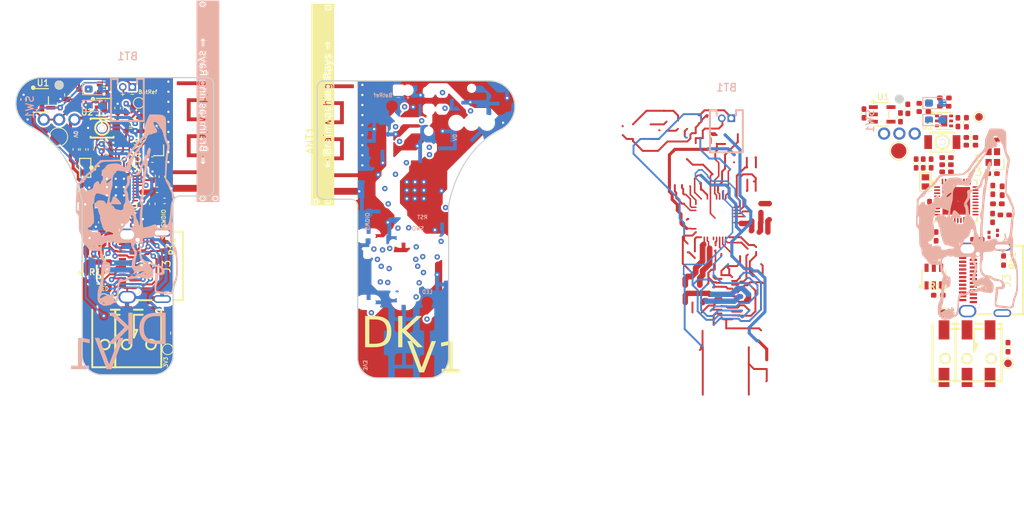
<source format=kicad_pcb>
(kicad_pcb (version 20221018) (generator pcbnew)
  (title_block (title "BLEEarrings (Blade Runner)") (date "2023-10-30") (rev "00.00") (company "Kitty and Dom"))
  (layers (0 "F.Cu" signal) (31 "B.Cu" signal) (34 "B.Paste" user) (35 "F.Paste" user) (36 "B.SilkS" user "B.Silkscreen") (37 "F.SilkS" user "F.Silkscreen") (38 "B.Mask" user) (39 "F.Mask" user) (44 "Edge.Cuts" user))
  (net 0 "")
  (net 1 "GND")
  (net 2 "+3V3")
  (net 3 "Net-(D4-K)")
  (net 4 "LED_A")
  (net 5 "NEO_LED")
  (net 6 "BatRef")
  (net 7 "+BATT")
  (net 8 "Net-(ANT1-FP)")
  (net 9 "/Power/VBAT")
  (net 10 "Net-(BT1--)")
  (net 11 "Net-(J2-Pin_1)")
  (net 12 "Net-(U3-DEC1)")
  (net 13 "Net-(U3-XC1)")
  (net 14 "Net-(C5-Pad1)")
  (net 15 "DEC6")
  (net 16 "Net-(U3-ANT)")
  (net 17 "Net-(U3-DECUSB)")
  (net 18 "/DSP/VBUS")
  (net 19 "Net-(U3-DEC3)")
  (net 20 "Pair")
  (net 21 "Net-(U3-P0.01_XL2)")
  (net 22 "Net-(U3-P0.00_XL1)")
  (net 23 "Net-(BT1-+)")
  (net 24 "Net-(D1-K)")
  (net 25 "Net-(U3-XC2)")
  (net 26 "D+")
  (net 27 "D-")
  (net 29 "/DSP/nReset")
  (net 31 "Net-(U1-STAT)")
  (net 32 "Net-(U1-PROG)")
  (net 45 "SWO_L")
  (net 46 "unconnected-(U3-P0.17-Pad15)")
  (net 48 "Net-(D2-I{slash}O1-Pad1)")
  (net 49 "Net-(D2-I{slash}O2-Pad3)")
  (net 50 "SWDIO_L")
  (net 51 "SWDCLK_L")
  (net 52 "Net-(U3-P0.18_nRESET)")
  (net 53 "Net-(U3-P0.20)")
  (net 54 "Net-(U3-SWDCLK)")
  (net 55 "Net-(U3-SWDIO)")
  (net 56 "Net-(J3-CC1)")
  (net 57 "Net-(J3-CC2)")
  (footprint "Resistor_SMD:R_0201_0603Metric" (layer "F.Cu") (at 142.75 60.19 90)
    (fp_text reference "R5" hide)
    (fp_text value "NF")
  )
  (footprint "easyeda2kicad:WDFN-6_L2.0-W2.0-P0.65-BL-EP" (layer "F.Cu") (at 141.08 45.88 -90)
    (fp_text reference "U2")
    (fp_text value "XB6096I2SV")
  )
  (footprint "easyeda2kicad:TYPE-C-SMD_C9900025773" (layer "F.Cu") (at 146.1 66.62 90)
    (fp_text reference "J3")
    (fp_text value "USB_C_Receptacle")
  )
  (footprint "Resistor_SMD:R_0402_1005Metric_Pad0.72x0.64mm_HandSolder" (layer "F.Cu") (at 258.99 77.2125 90)
    (fp_text reference "R9" hide)
    (fp_text value "470")
  )
  (footprint "easyeda2kicad:CONN-SMD_2059-302" (layer "F.Cu") (at 145.58 76.23 -90)
    (fp_text reference "J2" hide)
    (fp_text value "Screw_Terminal_01x02")
  )
  (footprint "Resistor_SMD:R_0402_1005Metric_Pad0.72x0.64mm_HandSolder" (layer "F.Cu") (at 136.36 44.3125 -90)
    (fp_text reference "R4" hide)
    (fp_text value "4k99")
  )
  (footprint "easyeda2kicad:SOT-23-6_L2.9-W1.6-P0.95-LS2.8-BL" (layer "F.Cu") (at 139.75 66.18)
    (fp_text reference "D2")
    (fp_text value "USBLC6-2SC6_C2687116")
  )
  (footprint "Resistor_SMD:R_0402_1005Metric_Pad0.72x0.64mm_HandSolder" (layer "F.Cu") (at 254.1525 50.87 180)
    (fp_text reference "R14" hide)
    (fp_text value "33k")
  )
  (footprint "Capacitor_SMD:C_0402_1005Metric_Pad0.74x0.62mm_HandSolder" (layer "F.Cu") (at 247.94 53.26 -90)
    (fp_text reference "C16" hide)
    (fp_text value "8p")
  )
  (footprint "Resistor_SMD:R_0402_1005Metric_Pad0.72x0.64mm_HandSolder" (layer "F.Cu") (at 149.42 75.3825 90)
    (fp_text reference "R9" hide)
    (fp_text value "470")
  )
  (footprint "Capacitor_SMD:C_0402_1005Metric_Pad0.74x0.62mm_HandSolder" (layer "F.Cu") (at 141.1125 43.97)
    (fp_text reference "C18" hide)
    (fp_text value "100n")
  )
  (footprint "easyeda2kicad:SOT-23-6_L2.9-W1.6-P0.95-LS2.8-BL" (layer "F.Cu") (at 249.32 68.01)
    (fp_text reference "D2")
    (fp_text value "USBLC6-2SC6_C2687116")
  )
  (footprint "easyeda2kicad:CRYSTAL-SMD_L1.6-W1.0" (layer "F.Cu") (at 138.66 53.83 90)
    (fp_text reference "Y2" hide)
    (fp_text value " X161032768KLD2SI")
  )
  (footprint "Resistor_SMD:R_0402_1005Metric_Pad0.72x0.64mm_HandSolder" (layer "F.Cu") (at 141.1225 42.89)
    (fp_text reference "R3" hide)
    (fp_text value "100")
  )
  (footprint "Inductor_SMD:L_0402_1005Metric_Pad0.77x0.64mm_HandSolder" (layer "F.Cu") (at 258.23 56.8175 90)
    (fp_text reference "L2" hide)
    (fp_text value "2.2n")
  )
  (footprint "easyeda2kicad:CRYSTAL-SMD_L1.6-W1.0" (layer "F.Cu") (at 248.23 55.66 90)
    (fp_text reference "Y2" hide)
    (fp_text value " X161032768KLD2SI")
  )
  (footprint "RF_Antenna:Texas_SWRA117D_2.4GHz_Left" (layer "F.Cu") (at 149.9 54.4 -90)
    (fp_text reference "ANT1" hide)
    (fp_text value "~")
  )
  (footprint "Resistor_SMD:R_0402_1005Metric_Pad0.72x0.64mm_HandSolder" (layer "F.Cu") (at 249.9025 70.44)
    (fp_text reference "R10")
    (fp_text value "5k1")
  )
  (footprint "Resistor_SMD:R_0402_1005Metric_Pad0.72x0.64mm_HandSolder" (layer "F.Cu") (at 258.41 65.9175 -90)
    (fp_text reference "R11")
    (fp_text value "5k1")
  )
  (footprint "Capacitor_SMD:C_0402_1005Metric_Pad0.74x0.62mm_HandSolder" (layer "F.Cu") (at 141.4075 51.59)
    (fp_text reference "C17" hide)
    (fp_text value "NC")
  )
  (footprint "easyeda2kicad:WDFN-6_L2.0-W2.0-P0.65-BL-EP" (layer "F.Cu") (at 250.65 47.71 -90)
    (fp_text reference "U2")
    (fp_text value "XB6096I2SV")
  )
  (footprint "easyeda2kicad:CONN-SMD_custom1" (layer "F.Cu") (at 249.15 78.06 -90)
    (fp_text reference "J1" hide)
    (fp_text value "Screw_Terminal_01x01")
  )
  (footprint "TestPoint:TestPoint_Pad_D1.0mm" (layer "F.Cu") (at 145.64 45.36)
    (fp_text reference "TP9" hide)
    (fp_text value "TestPoint")
  )
  (footprint "Capacitor_SMD:C_0402_1005Metric_Pad0.74x0.62mm_HandSolder" (layer "F.Cu") (at 249.62 62.77 90)
    (fp_text reference "C9" hide)
    (fp_text value "4.7u")
  )
  (footprint "Capacitor_SMD:C_0402_1005Metric_Pad0.74x0.62mm_HandSolder" (layer "F.Cu") (at 256.9825 54.58)
    (fp_text reference "C3" hide)
    (fp_text value "12p")
  )
  (footprint "Capacitor_SMD:C_0402_1005Metric_Pad0.74x0.62mm_HandSolder" (layer "F.Cu") (at 257.01 56.7025 90)
    (fp_text reference "C11" hide)
    (fp_text value "100p")
  )
  (footprint "Resistor_SMD:R_0402_1005Metric_Pad0.72x0.64mm_HandSolder" (layer "F.Cu") (at 245.93 46.1425 -90)
    (fp_text reference "R4" hide)
    (fp_text value "4k99")
  )
  (footprint "Resistor_SMD:R_0201_0603Metric" (layer "F.Cu") (at 252.32 62.02 90)
    (fp_text reference "R5" hide)
    (fp_text value "NF")
  )
  (footprint "Resistor_SMD:R_0402_1005Metric_Pad0.72x0.64mm_HandSolder" (layer "F.Cu") (at 248.0075 45.42 180)
    (fp_text reference "R1" hide)
    (fp_text value "2k")
  )
  (footprint "Capacitor_SMD:C_0402_1005Metric_Pad0.74x0.62mm_HandSolder" (layer "F.Cu") (at 254.9925 63.15)
    (fp_text reference "C6" hide)
    (fp_text value "100n")
  )
  (footprint "Inductor_SMD:L_0402_1005Metric_Pad0.77x0.64mm_HandSolder" (layer "F.Cu") (at 257.61 58.52)
    (fp_text reference "L1" hide)
    (fp_text value "4.7n")
  )
  (footprint "easyeda2kicad:QFN-40_L5.0-W5.0-P0.40-TL-EP3.6" (layer "F.Cu") (at 142.680167 56.3)
    (fp_text reference "U3")
    (fp_text value "NRF52833-QDAA-R7")
  )
  (footprint "Capacitor_SMD:C_0402_1005Metric_Pad0.74x0.62mm_HandSolder" (layer "F.Cu") (at 250.9775 54.35)
    (fp_text reference "C7" hide)
    (fp_text value "1u")
  )
  (footprint "Capacitor_SMD:C_0402_1005Metric_Pad0.74x0.62mm_HandSolder" (layer "F.Cu") (at 139.4 51.43 -90)
    (fp_text reference "C2" hide)
    (fp_text value "100n")
  )
  (footprint "Capacitor_SMD:C_0402_1005Metric_Pad0.74x0.62mm_HandSolder" (layer "F.Cu") (at 141.4075 50.66 180)
    (fp_text reference "C1" hide)
    (fp_text value "1u")
  )
  (footprint "Capacitor_SMD:C_0402_1005Metric_Pad0.74x0.62mm_HandSolder" (layer "F.Cu") (at 140.05 60.94 90)
    (fp_text reference "C9" hide)
    (fp_text value "4.7u")
  )
  (footprint "Capacitor_SMD:C_0402_1005Metric_Pad0.74x0.62mm_HandSolder" (layer "F.Cu") (at 147.44 54.8725 90)
    (fp_text reference "C11" hide)
    (fp_text value "100p")
  )
  (footprint "Capacitor_SMD:C_0402_1005Metric_Pad0.74x0.62mm_HandSolder" (layer "F.Cu") (at 149 58.14)
    (fp_text reference "C5" hide)
    (fp_text value "1.2p")
  )
  (footprint "Resistor_SMD:R_0402_1005Metric_Pad0.72x0.64mm_HandSolder" (layer "F.Cu") (at 138.4375 44.66)
    (fp_text reference "R12" hide)
    (fp_text value "220")
  )
  (footprint "TestPoint:TestPoint_Pad_D1.0mm" (layer "F.Cu") (at 149.42 77.49)
    (fp_text reference "TP11" hide)
    (fp_text value "TestPoint")
  )
  (footprint "Resistor_SMD:R_0402_1005Metric_Pad0.72x0.64mm_HandSolder" (layer "F.Cu") (at 253.57 47.89 90)
    (fp_text reference "R2" hide)
    (fp_text value "2k")
  )
  (footprint "Capacitor_SMD:C_0402_1005Metric_Pad0.74x0.62mm_HandSolder" (layer "F.Cu") (at 258.57 59.97)
    (fp_text reference "C5" hide)
    (fp_text value "1.2p")
  )
  (footprint "easyeda2kicad:CRYSTAL-SMD_4P-L2.0-W1.6-BL" (layer "F.Cu") (at 147.44 50.59 90)
    (fp_text reference "Y1")
    (fp_text value "XL7EL89CKI-111YLC-32M ")
  )
  (footprint "TestPoint:TestPoint_Pad_D1.0mm" (layer "F.Cu") (at 250.62 72.77)
    (fp_text reference "TP10" hide)
    (fp_text value "TestPoint")
  )
  (footprint "Capacitor_SMD:C_0402_1005Metric_Pad0.74x0.62mm_HandSolder" (layer "F.Cu") (at 147.4025 48.36 180)
    (fp_text reference "C4" hide)
    (fp_text value "12p")
  )
  (footprint "Resistor_SMD:R_0402_1005Metric_Pad0.72x0.64mm_HandSolder" (layer "F.Cu") (at 248.0075 46.49)
    (fp_text reference "R12" hide)
    (fp_text value "220")
  )
  (footprint "easyeda2kicad:KEY-SMD_L3.0-W2.5-LS4.0" (layer "F.Cu") (at 140.86 48.64 180)
    (fp_text reference "SW2" hide)
    (fp_text value "SW_DIP_x01")
  )
  (footprint "Resistor_SMD:R_0201_0603Metric" (layer "F.Cu") (at 143.5 60.65 -90)
    (fp_text reference "R6" hide)
    (fp_text value "NF")
  )
  (footprint "Capacitor_SMD:C_0402_1005Metric_Pad0.74x0.62mm_HandSolder" (layer "F.Cu") (at 147.4125 52.75)
    (fp_text reference "C3" hide)
    (fp_text value "12p")
  )
  (footprint "Resistor_SMD:R_0201_0603Metric" (layer "F.Cu") (at 257.62 62.31 -90)
    (fp_text reference "R7" hide)
    (fp_text value "NF")
  )
  (footprint "Capacitor_SMD:C_0402_1005Metric_Pad0.74x0.62mm_HandSolder" (layer "F.Cu") (at 139.11 60.2 90)
    (fp_text reference "C10" hide)
    (fp_text value "4.7u")
  )
  (footprint "Capacitor_SMD:C_0402_1005Metric_Pad0.74x0.62mm_HandSolder" (layer "F.Cu") (at 248.76 58.8 -90)
    (fp_text reference "C12" hide)
    (fp_text value "4.7u")
  )
  (footprint "Capacitor_SMD:C_0402_1005Metric_Pad0.74x0.62mm_HandSolder" (layer "F.Cu") (at 252.46 47.87 -90)
    (fp_text reference "C14" hide)
    (fp_text value "100n")
  )
  (footprint "Capacitor_SMD:C_0402_1005Metric_Pad0.74x0.62mm_HandSolder" (layer "F.Cu") (at 145.4225 61.32)
    (fp_text reference "C6" hide)
    (fp_text value "100n")
  )
  (footprint "Capacitor_SMD:C_0402_1005Metric_Pad0.74x0.62mm_HandSolder" (layer "F.Cu") (at 141.4075 52.52)
    (fp_text reference "C7" hide)
    (fp_text value "1u")
  )
  (footprint "Capacitor_SMD:C_0402_1005Metric_Pad0.74x0.62mm_HandSolder" (layer "F.Cu") (at 256.9725 50.19 180)
    (fp_text reference "C4" hide)
    (fp_text value "12p")
  )
  (footprint "Resistor_SMD:R_0402_1005Metric_Pad0.72x0.64mm_HandSolder" (layer "F.Cu") (at 254.1525 49.87)
    (fp_text reference "R13" hide)
    (fp_text value "100k")
  )
  (footprint "easyeda2kicad:CONN-SMD_2059-302" (layer "F.Cu") (at 255.15 78.06 -90)
    (fp_text reference "J2" hide)
    (fp_text value "Screw_Terminal_01x02")
  )
  (footprint "Capacitor_SMD:C_0402_1005Metric_Pad0.74x0.62mm_HandSolder" (layer "F.Cu") (at 130.64 44.905 90)
    (fp_text reference "C13" hide)
    (fp_text value "10u")
  )
  (footprint "TestPoint:TestPoint_Pad_D2.0mm" (layer "F.Cu") (at 244.74 51.62)
    (fp_text reference "TP16" hide)
    (fp_text value "TestPoint")
  )
  (footprint "Capacitor_SMD:C_0402_1005Metric_Pad0.74x0.62mm_HandSolder" (layer "F.Cu") (at 256.98 60.36 -90)
    (fp_text reference "C8" hide)
    (fp_text value "1p")
  )
  (footprint "Resistor_SMD:R_0402_1005Metric_Pad0.72x0.64mm_HandSolder" (layer "F.Cu") (at 144.5825 49.04 180)
    (fp_text reference "R14" hide)
    (fp_text value "33k")
  )
  (footprint "Capacitor_SMD:C_0402_1005Metric_Pad0.74x0.62mm_HandSolder" (layer "F.Cu") (at 138.37 51.43 -90)
    (fp_text reference "C16" hide)
    (fp_text value "8p")
  )
  (footprint "Capacitor_SMD:C_0402_1005Metric_Pad0.74x0.62mm_HandSolder" (layer "F.Cu") (at 142.89 46.04 -90)
    (fp_text reference "C14" hide)
    (fp_text value "100n")
  )
  (footprint "Capacitor_SMD:C_0402_1005Metric_Pad0.74x0.62mm_HandSolder" (layer "F.Cu") (at 250.9775 52.49 180)
    (fp_text reference "C1" hide)
    (fp_text value "1u")
  )
  (footprint "Inductor_SMD:L_0402_1005Metric_Pad0.77x0.64mm_HandSolder" (layer "F.Cu") (at 148.04 56.69)
    (fp_text reference "L1" hide)
    (fp_text value "4.7n")
  )
  (footprint "Capacitor_SMD:C_0402_1005Metric_Pad0.74x0.62mm_HandSolder" (layer "F.Cu") (at 240.21 46.735 90)
    (fp_text reference "C13" hide)
    (fp_text value "10u")
  )
  (footprint "easyeda2kicad:SOT-23-5_L3.0-W1.7-P0.95-LS2.8-BL" (layer "F.Cu") (at 242.5875 46.86 -90)
    (fp_text reference "U1")
    (fp_text value "MCP73831T-2ACI/OT")
  )
  (footprint "Resistor_SMD:R_0201_0603Metric" (layer "F.Cu") (at 148.05 60.48 -90)
    (fp_text reference "R7" hide)
    (fp_text value "NF")
  )
  (footprint "Capacitor_SMD:C_0402_1005Metric_Pad0.74x0.62mm_HandSolder" (layer "F.Cu") (at 137.44 51.43 -90)
    (fp_text reference "C15" hide)
    (fp_text value "8p")
  )
  (footprint "Capacitor_SMD:C_0402_1005Metric_Pad0.74x0.62mm_HandSolder" (layer "F.Cu") (at 139.19 56.97 -90)
    (fp_text reference "C12" hide)
    (fp_text value "4.7u")
  )
  (footprint "Resistor_SMD:R_0402_1005Metric_Pad0.72x0.64mm_HandSolder" (layer "F.Cu") (at 148.84 64.0875 -90)
    (fp_text reference "R11")
    (fp_text value "5k1")
  )
  (footprint "TestPoint:TestPoint_Pad_D2.0mm" (layer "F.Cu") (at 135.17 49.79)
    (fp_text reference "TP16" hide)
    (fp_text value "TestPoint")
  )
  (footprint "RF_Antenna:Texas_SWRA117D_2.4GHz_Right" (layer "F.Cu") (at 174.4 54.79 90)
    (fp_text reference "ANT1")
    (fp_text value "~")
  )
  (footprint "Resistor_SMD:R_0402_1005Metric_Pad0.72x0.64mm_HandSolder" (layer "F.Cu") (at 138.4375 43.59 180)
    (fp_text reference "R1" hide)
    (fp_text value "2k")
  )
  (footprint "easyeda2kicad:TYPE-C-SMD_C9900025773" (layer "F.Cu") (at 255.67 68.45 90)
    (fp_text reference "J3")
    (fp_text value "USB_C_Receptacle")
  )
  (footprint "Inductor_SMD:L_0402_1005Metric_Pad0.77x0.64mm_HandSolder" (layer "F.Cu") (at 148.66 54.9875 90)
    (fp_text reference "L2" hide)
    (fp_text value "2.2n")
  )
  (footprint "easyeda2kicad:SOT-23-5_L3.0-W1.7-P0.95-LS2.8-BL" (layer "F.Cu") (at 133.0175 45.03 -90)
    (fp_text reference "U1")
    (fp_text value "MCP73831T-2ACI/OT")
  )
  (footprint "Resistor_SMD:R_0201_0603Metric" (layer "F.Cu") (at 146.95 60.74 90)
    (fp_text reference "R8" hide)
    (fp_text value "NF")
  )
  (footprint "easyeda2kicad:CONN-SMD_custom1" (layer "F.Cu") (at 139.58 76.23 -90)
    (fp_text reference "J1" hide)
    (fp_text value "Screw_Terminal_01x01")
  )
  (footprint "easyeda2kicad:CRYSTAL-SMD_4P-L2.0-W1.6-BL" (layer "F.Cu") (at 257.01 52.42 90)
    (fp_text reference "Y1")
    (fp_text value locked "XL7EL89CKI-111YLC-32M ")
  )
  (footprint "easyeda2kicad:KEY-SMD_L3.0-W2.5-LS4.0" (layer "F.Cu") (at 250.43 50.47 180)
    (fp_text reference "SW2" hide)
    (fp_text value "SW_DIP_x01")
  )
  (footprint "Capacitor_SMD:C_0402_1005Metric_Pad0.74x0.62mm_HandSolder" (layer "F.Cu") (at 147.41 58.53 -90)
    (fp_text reference "C8" hide)
    (fp_text value "1p")
  )
  (footprint "Capacitor_SMD:C_0402_1005Metric_Pad0.74x0.62mm_HandSolder" (layer "F.Cu") (at 135.4 45.4125 90)
    (fp_text reference "C19" hide)
    (fp_text value "10u")
  )
  (footprint "Capacitor_SMD:C_0402_1005Metric_Pad0.74x0.62mm_HandSolder" (layer "F.Cu") (at 250.6825 45.8)
    (fp_text reference "C18" hide)
    (fp_text value "100n")
  )
  (footprint "TestPoint:TestPoint_Pad_D1.0mm" (layer "F.Cu") (at 255.21 47.19)
    (fp_text reference "TP9" hide)
    (fp_text value "TestPoint")
  )
  (footprint "Capacitor_SMD:C_0402_1005Metric_Pad0.74x0.62mm_HandSolder" (layer "F.Cu") (at 250.9775 53.42)
    (fp_text reference "C17" hide)
    (fp_text value "NC")
  )
  (footprint "Resistor_SMD:R_0402_1005Metric_Pad0.72x0.64mm_HandSolder" (layer "F.Cu") (at 250.6925 44.72)
    (fp_text reference "R3" hide)
    (fp_text value "100")
  )
  (footprint "Resistor_SMD:R_0402_1005Metric_Pad0.72x0.64mm_HandSolder" (layer "F.Cu") (at 140.3325 68.61)
    (fp_text reference "R10")
    (fp_text value "5k1")
  )
  (footprint "Resistor_SMD:R_0402_1005Metric_Pad0.72x0.64mm_HandSolder" (layer "F.Cu") (at 144 46.06 90)
    (fp_text reference "R2" hide)
    (fp_text value "2k")
  )
  (footprint "Resistor_SMD:R_0201_0603Metric" (layer "F.Cu") (at 253.07 62.48 -90)
    (fp_text reference "R6" hide)
    (fp_text value "NF")
  )
  (footprint "TestPoint:TestPoint_Pad_D1.0mm" (layer "F.Cu") (at 258.99 79.32)
    (fp_text reference "TP11" hide)
    (fp_text value "TestPoint")
  )
  (footprint "Capacitor_SMD:C_0402_1005Metric_Pad0.74x0.62mm_HandSolder" (layer "F.Cu") (at 248.68 62.03 90)
    (fp_text reference "C10" hide)
    (fp_text value "4.7u")
  )
  (footprint "Capacitor_SMD:C_0402_1005Metric_Pad0.74x0.62mm_HandSolder" (layer "F.Cu") (at 248.97 53.26 -90)
    (fp_text reference "C2" hide)
    (fp_text value "100n")
  )
  (footprint "Capacitor_SMD:C_0402_1005Metric_Pad0.74x0.62mm_HandSolder" (layer "F.Cu") (at 244.97 47.2425 90)
    (fp_text reference "C19" hide)
    (fp_text value "10u")
  )
  (footprint "Resistor_SMD:R_0402_1005Metric_Pad0.72x0.64mm_HandSolder" (layer "F.Cu") (at 144.5825 48.04)
    (fp_text reference "R13" hide)
    (fp_text value "100k")
  )
  (footprint "TestPoint:TestPoint_Pad_D1.0mm" (layer "F.Cu") (at 141.05 70.94)
    (fp_text reference "TP10" hide)
    (fp_text value "TestPoint")
  )
  (footprint "Resistor_SMD:R_0201_0603Metric" (layer "F.Cu") (at 256.52 62.57 90)
    (fp_text reference "R8" hide)
    (fp_text value "NF")
  )
  (footprint "easyeda2kicad:QFN-40_L5.0-W5.0-P0.40-TL-EP3.6" (layer "F.Cu") (at 252.250167 58.13)
    (fp_text reference "U3")
    (fp_text value "NRF52833-QDAA-R7")
  )
  (footprint "Capacitor_SMD:C_0402_1005Metric_Pad0.74x0.62mm_HandSolder" (layer "F.Cu") (at 247.01 53.26 -90)
    (fp_text reference "C15" hide)
    (fp_text value "8p")
  )
  (footprint "LED_SMD:LED_0603_1608Metric_Pad1.05x0.95mm_HandSolder" (layer "B.Cu") (at 249.555 45.38)
    (fp_text reference "D1" hide)
    (fp_text value "RED LED")
  )
  (footprint "LED_SMD:LED_0603_1608Metric_Pad1.05x0.95mm_HandSolder" (layer "B.Cu") (at 139.985 43.55)
    (fp_text reference "D1" hide)
    (fp_text value "RED LED")
  )
  (footprint "LED_SMD:LED_0603_1608Metric_Pad1.05x0.95mm_HandSolder" (layer "B.Cu") (at 249.555 47.59)
    (fp_text reference "D4" hide)
    (fp_text value "BLUE LED")
  )
  (footprint "LED_SMD:LED_0603_1608Metric_Pad1.05x0.95mm_HandSolder" (layer "B.Cu") (at 139.985 45.76)
    (fp_text reference "D4" hide)
    (fp_text value "BLUE LED")
  )
  (footprint "CustomPads:OT2" (layer "B.Cu") (at 144.288151 59.147229 180)
    (fp_text reference "G***" hide)
    (fp_text value "LOGO" hide)
  )
  (footprint "easyeda2kicad:CONN-TH_530480210" (layer "B.Cu") (at 222.289833 47.36 180)
    (fp_text reference "BT1")
    (fp_text value "Battery")
  )
  (footprint "easyeda2kicad:SW-TH_TK-6580B-1" (layer "B.Cu") (at 135.2575 47.5325)
    (fp_text reference "SW1")
    (fp_text value "TK-6580B-1")
    (fp_circle (center 0 -4.5) (end 0.6 -4.5) (fill solid) (layer "Edge.Cuts"))
  )
  (footprint "CustomPads:OT2" (layer "B.Cu") (at 253.858151 60.977229 180)
    (fp_text reference "G***" hide)
    (fp_text value "LOGO" hide)
  )
  (footprint "easyeda2kicad:SW-TH_TK-6580B-1" (layer "B.Cu") (at 244.8275 49.3625)
    (fp_text reference "SW1")
    (fp_text value "TK-6580B-1")
    (fp_circle (center 0 -4.5) (end 0.6 -4.5) (fill solid) (layer "Edge.Cuts"))
  )
  (footprint "easyeda2kicad:CONN-TH_530480210" (layer "B.Cu") (at 144.18 43.28 180)
    (fp_text reference "BT1")
    (fp_text value "Battery")
  )
  (gr_arc (start 168.909064 43.342999) (mid 169.161027 42.734729) (end 169.769297 42.482766) (stroke (width 0.16)) (layer "Edge.Cuts"))
  (gr_line (start 168.909064 43.342999) (end 168.909064 57.062534) (stroke (width 0.16)) (layer "Edge.Cuts"))
  (gr_line (start 132.984534 42.050001) (end 154.54 42.059999) (stroke (width 0.16)) (layer "Edge.Cuts"))
  (gr_curve (pts (xy 138.26253 58.3) (xy 137.6 54.67) (xy 135.4 50.34) (xy 131.560357 48.453075)) (stroke (width 0.16)) (layer "Edge.Cuts"))
  (gr_arc (start 131.560357 48.453075) (mid 129.701142 44.679627) (end 132.984534 42.050001) (stroke (width 0.16)) (layer "Edge.Cuts"))
  (gr_arc (start 191.324763 42.472768) (mid 194.608157 45.102393) (end 192.74894 48.875842) (stroke (width 0.16)) (layer "Edge.Cuts"))
  (gr_arc (start 154.54 42.059999) (mid 155.148277 42.311955) (end 155.400233 42.920232) (stroke (width 0.16)) (layer "Edge.Cuts"))
  (gr_arc (start 186.046767 78.647279) (mid 185.29204 80.470282) (end 183.469297 81.225637) (stroke (width 0.16)) (layer "Edge.Cuts"))
  (gr_arc (start 173.324064 57.920811) (mid 173.932322 58.172786) (end 174.184297 58.781044) (stroke (width 0.16)) (layer "Edge.Cuts"))
  (gr_line (start 176.762655 81.225637) (end 183.469297 81.225637) (stroke (width 0.16)) (layer "Edge.Cuts"))
  (gr_line (start 174.184297 78.648167) (end 174.184297 58.781044) (stroke (width 0.16)) (layer "Edge.Cuts"))
  (gr_arc (start 176.762655 81.225637) (mid 174.939645 80.470916) (end 174.184297 78.648167) (stroke (width 0.16)) (layer "Edge.Cuts"))
  (gr_arc (start 155.400233 56.639767) (mid 155.148277 57.248044) (end 154.54 57.5) (stroke (width 0.16)) (layer "Edge.Cuts"))
  (gr_line (start 140.84 80.80287) (end 147.546642 80.80287) (stroke (width 0.16)) (layer "Edge.Cuts"))
  (gr_line (start 173.324064 57.920811) (end 169.769297 57.922767) (stroke (width 0.16)) (layer "Edge.Cuts"))
  (gr_curve (pts (xy 186.046767 58.722767) (xy 186.709297 55.092767) (xy 188.909297 50.762767) (xy 192.74894 48.875842)) (stroke (width 0.16)) (layer "Edge.Cuts"))
  (gr_arc (start 140.84 80.80287) (mid 139.01727 80.047503) (end 138.26253 78.224512) (stroke (width 0.16)) (layer "Edge.Cuts"))
  (gr_line (start 150.125 58.358277) (end 150.125 78.2254) (stroke (width 0.16)) (layer "Edge.Cuts"))
  (gr_line (start 138.26253 58.3) (end 138.26253 78.224512) (stroke (width 0.16)) (layer "Edge.Cuts"))
  (gr_arc (start 150.125 78.2254) (mid 149.369633 80.04813) (end 147.546642 80.80287) (stroke (width 0.16)) (layer "Edge.Cuts"))
  (gr_arc (start 150.125 58.358277) (mid 150.376956 57.750001) (end 150.985233 57.498044) (stroke (width 0.16)) (layer "Edge.Cuts"))
  (gr_line (start 154.54 57.5) (end 150.985233 57.498044) (stroke (width 0.16)) (layer "Edge.Cuts"))
  (gr_line (start 186.046767 78.647279) (end 186.046767 58.722767) (stroke (width 0.16)) (layer "Edge.Cuts"))
  (gr_line (start 169.769297 42.482766) (end 191.324763 42.472768) (stroke (width 0.16)) (layer "Edge.Cuts"))
  (gr_line (start 155.400233 56.639767) (end 155.400233 42.920232) (stroke (width 0.16)) (layer "Edge.Cuts"))
  (gr_arc (start 169.769297 57.922767) (mid 169.161004 57.670827) (end 168.909064 57.062534) (stroke (width 0.16)) (layer "Edge.Cuts"))
  (gr_text "SWDIO" (at 175.419297 60.822767 -90) (layer "B.SilkS") (effects (font (size 0.5 0.5) (thickness 0.1) bold) (justify mirror)))
  (gr_text "-" (at 179.499297 44.632767) (layer "B.SilkS") (effects (font (size 0.5 0.5) (thickness 0.1) bold) (justify mirror)))
  (gr_text "RST" (at 182.629297 60.272767) (layer "B.SilkS") (effects (font (size 0.5 0.5) (thickness 0.1) bold) (justify mirror)))
  (gr_text "0V" (at 186.889297 49.882767 -270) (layer "B.SilkS") (effects (font (size 0.5 0.5) (thickness 0.1) bold) (justify mirror)))
  (gr_text "LED" (at 183.259297 70.012767) (layer "B.SilkS") (effects (font (size 0.5 0.5) (thickness 0.1) bold) (justify mirror)))
  (gr_text "BatRef" (at 177.489297 44.362767) (layer "B.SilkS") (effects (font (size 0.5 0.5) (thickness 0.1) bold) (justify mirror)))
  (gr_text "3V3" (at 175.149297 79.592767 -90) (layer "B.SilkS") (effects (font (size 0.5 0.5) (thickness 0.1) bold) (justify mirror)))
  (gr_text "DK" (at 149.7 77.48) (layer "B.SilkS") (effects (font (size 4 4)) (justify left bottom mirror)))
  (gr_text "SWO" (at 182.039297 61.742767) (layer "B.SilkS") (effects (font (size 0.5 0.5) (thickness 0.1) bold) (justify mirror)))
  (gr_text "+" (at 180.749297 44.632767) (layer "B.SilkS") (effects (font (size 0.5 0.5) (thickness 0.1) bold) (justify mirror)))
  (gr_text "V1" (at 143.69 80.76) (layer "B.SilkS") (effects (font (size 4 4)) (justify left bottom mirror)))
  (gr_text "o     \no         ← Brainwashing Rays →         o" (at 153.41 58.254249 -90) (layer "B.SilkS" knockout) (effects (font (size 1 1)) (justify left bottom mirror)))
  (gr_text "LED" (at 141.05 69.59) (layer "F.SilkS") (effects (font (size 0.5 0.5) (thickness 0.1) bold)))
  (gr_text "o     \no         ← Brainwashing Rays →         o" (at 170.899297 58.677016 90) (layer "F.SilkS" knockout) (effects (font (size 1 1)) (justify left bottom)))
  (gr_text "BatRef" (at 146.82 43.94) (layer "F.SilkS") (effects (font (size 0.5 0.5) (thickness 0.1) bold)))
  (gr_text "3V3" (at 149.16 79.17 90) (layer "F.SilkS") (effects (font (size 0.5 0.5) (thickness 0.1) bold)))
  (gr_text "0V" (at 137.42 49.46 270) (layer "F.SilkS") (effects (font (size 0.5 0.5) (thickness 0.1) bold)))
  (gr_text "SWDIO" (at 148.89 60.4 90) (layer "F.SilkS") (effects (font (size 0.5 0.5) (thickness 0.1) bold)))
  (gr_text "+" (at 143.56 44.21) (layer "F.SilkS") (effects (font (size 0.5 0.5) (thickness 0.1) bold)))
  (gr_text "SWO" (at 142.27 61.32) (layer "F.SilkS") (effects (font (size 0.5 0.5) (thickness 0.1) bold)))
  (gr_text "DK" (at 174.609297 77.902767) (layer "F.SilkS") (effects (font (size 4 4)) (justify left bottom)))
  (gr_text "RST" (at 141.68 59.85) (layer "F.SilkS") (effects (font (size 0.5 0.5) (thickness 0.1) bold)))
  (gr_text "-" (at 144.81 44.21) (layer "F.SilkS") (effects (font (size 0.5 0.5) (thickness 0.1) bold)))
  (gr_text "V1" (at 180.619297 81.182767) (layer "F.SilkS") (effects (font (size 4 4)) (justify left bottom)))
  (segment (start 142.331784 50.55229) (end 142.332973 50.55229) (width 0.2) (layer "F.Cu") (net 1))
  (segment (start 146.8475 52.69) (end 146.8475 52.74751) (width 0.25) (layer "F.Cu") (net 1))
  (segment (start 139.75 67.33) (end 139.739967 67.33) (width 0.25) (layer "F.Cu") (net 1))
  (segment (start 144.66 63.74) (end 144.91 63.99) (width 0.25) (layer "F.Cu") (net 1))
  (segment (start 226.999833 66.58) (end 226.799833 66.38) (width 0.25) (layer "F.Cu") (net 1))
  (segment (start 144.14 70.68) (end 148.43 70.68) (width 0.25) (layer "F.Cu") (net 1))
  (segment (start 142.35 45.4725) (end 142.889968 45.4725) (width 0.25) (layer "F.Cu") (net 1))
  (segment (start 144.12 69.5) (end 144.91 69.5) (width 0.25) (layer "F.Cu") (net 1))
  (segment (start 130.64 44.31) (end 130.63 44.3) (width 0.25) (layer "F.Cu") (net 1))
  (segment (start 142.1125 46.535) (end 142.1125 45.885) (width 0.25) (layer "F.Cu") (net 1))
  (segment (start 142.080167 55.7) (end 142.680167 56.3) (width 0.2) (layer "F.Cu") (net 1))
  (segment (start 226.539833 74.76) (end 226.799833 75.02) (width 0.25) (layer "F.Cu") (net 1))
  (segment (start 220.19 54.883907) (end 220.19 57.88) (width 0.2) (layer "F.Cu") (net 1))
  (segment (start 139.01 48.64) (end 139.02 48.64) (width 0.25) (layer "F.Cu") (net 1))
  (segment (start 142.331784 50.55229) (end 142.080167 50.803907) (width 0.2) (layer "F.Cu") (net 1))
  (segment (start 217.299833 60.4825) (end 217.299833 60.48253) (width 0.25) (layer "F.Cu") (net 1))
  (segment (start 149.5675 58.14) (end 149.5675 56.6825) (width 0.7) (layer "F.Cu") (net 1))
  (segment (start 144.12 69.5) (end 144.14 69.52) (width 0.25) (layer "F.Cu") (net 1))
  (segment (start 145.16 49.04) (end 145.16 49.02) (width 0.25) (layer "F.Cu") (net 1))
  (segment (start 139.735 68.61) (end 139.735 67.345) (width 0.25) (layer "F.Cu") (net 1))
  (segment (start 220.314815 54.61) (end 220.419327 54.61) (width 0.2) (layer "F.Cu") (net 1))
  (segment (start 220.441617 54.63229) (end 220.442806 54.63229) (width 0.2) (layer "F.Cu") (net 1))
  (segment (start 221.619833 73.32) (end 221.879833 73.58) (width 0.25) (layer "F.Cu") (net 1))
  (segment (start 220.222333 50.615) (end 220.222333 49.965) (width 0.25) (layer "F.Cu") (net 1))
  (segment (start 222.639833 67.82) (end 222.769833 67.82) (width 0.25) (layer "F.Cu") (net 1))
  (segment (start 145.943496 61.256486) (end 145.943496 62.156504) (width 0.25) (layer "F.Cu") (net 1))
  (segment (start 139.11 60.7675) (end 139.310039 60.7675) (width 0.25) (layer "F.Cu") (net 1))
  (segment (start 142.6475 45.23) (end 142.89 45.4725) (width 0.25) (layer "F.Cu") (net 1))
  (segment (start 222.229833 73.58) (end 222.249833 73.6) (width 0.25) (layer "F.Cu") (net 1))
  (segment (start 219.229327 53.42) (end 217.869833 53.42) (width 0.25) (layer "F.Cu") (net 1))
  (segment (start 226.119833 53.77) (end 226.119833 52.479966) (width 0.25) (layer "F.Cu") (net 1))
  (segment (start 220.757333 49.31) (end 220.999833 49.5525) (width 0.25) (layer "F.Cu") (net 1))
  (segment (start 137.59 44.91) (end 137.84 44.66) (width 0.25) (layer "F.Cu") (net 1))
  (segment (start 139.19 56.4025) (end 139.19 56.40253) (width 0.25) (layer "F.Cu") (net 1))
  (segment (start 217.219833 64.8475) (end 217.419872 64.8475) (width 0.25) (layer "F.Cu") (net 1))
  (segment (start 144.14 69.52) (end 144.14 70.68) (width 0.25) (layer "F.Cu") (net 1))
  (segment (start 142.080167 50.803907) (end 142.080167 53.8) (width 0.2) (layer "F.Cu") (net 1))
  (segment (start 217.8498 71.41) (end 217.84978 71.40998) (width 0.25) (layer "F.Cu") (net 1))
  (segment (start 222.249833 66.64) (end 222.639833 67.03) (width 0.25) (layer "F.Cu") (net 1))
  (segment (start 220.109833 49.31) (end 220.757333 49.31) (width 0.25) (layer "F.Cu") (net 1))
  (segment (start 145.943496 62.156504) (end 145.54 62.56) (width 0.25) (layer "F.Cu") (net 1))
  (segment (start 213.509833 48.925) (end 213.534833 48.925) (width 0.25) (layer "F.Cu") (net 1))
  (segment (start 217.844833 72.69) (end 217.844833 71.425) (width 0.25) (layer "F.Cu") (net 1))
  (segment (start 148.01 49.69) (end 148.01 48.399966) (width 0.25) (layer "F.Cu") (net 1))
  (segment (start 217.099833 60.605) (end 217.222303 60.48253) (width 0.25) (layer "F.Cu") (net 1))
  (segment (start 217.859833 71.41) (end 217.8498 71.41) (width 0.25) (layer "F.Cu") (net 1))
  (segment (start 214.469833 48.99) (end 215.699833 48.99) (width 0.25) (layer "F.Cu") (net 1))
  (segment (start 224.053329 65.336486) (end 224.053329 66.236504) (width 0.25) (layer "F.Cu") (net 1))
  (segment (start 139.739967 67.33) (end 139.739947 67.32998) (width 0.25) (layer "F.Cu") (net 1))
  (segment (start 224.957333 56.77) (end 224.957333 56.82751) (width 0.25) (layer "F.Cu") (net 1))
  (segment (start 146.8475 52.74751) (end 146.84501 52.75) (width 0.25) (layer "F.Cu") (net 1))
  (segment (start 220.441617 54.63229) (end 219.229327 53.42) (width 0.25) (layer "F.Cu") (net 1))
  (segment (start 224.999833 56.78501) (end 224.954843 56.83) (width 0.25) (layer "F.Cu") (net 1))
  (segment (start 142.309494 50.53) (end 142.331784 50.55229) (width 0.2) (layer "F.Cu") (net 1))
  (segment (start 142.331784 50.55229) (end 141.119494 49.34) (width 0.25) (layer "F.Cu") (net 1))
  (segment (start 226.044833 52.53) (end 226.044833 52.474966) (width 0.2) (layer "F.Cu") (net 1))
  (segment (start 139.735 67.345) (end 139.75 67.33) (width 0.25) (layer "F.Cu") (net 1))
  (segment (start 222.769833 67.82) (end 223.019833 68.07) (width 0.25) (layer "F.Cu") (net 1))
  (segment (start 144.53 63.74) (end 144.66 63.74) (width 0.25) (layer "F.Cu") (net 1))
  (segment (start 222.229833 73.58) (end 223.019833 73.58) (width 0.25) (layer "F.Cu") (net 1))
  (segment (start 226.044833 52.474966) (end 226.079833 52.439966) (width 0.2) (layer "F.Cu") (net 1))
  (segment (start 221.619833 67.27) (end 222.249833 66.64) (width 0.25) (layer "F.Cu") (net 1))
  (segment (start 221.619833 67.82) (end 221.619833 67.27) (width 0.25) (layer "F.Cu") (net 1))
  (segment (start 130.64 44.3375) (end 130.64 44.31) (width 0.25) (layer "F.Cu") (net 1))
  (segment (start 220.442806 54.63229) (end 220.507725 54.697209) (width 0.2) (layer "F.Cu") (net 1))
  (segment (start 223.649833 66.64) (end 222.249833 66.64) (width 0.25) (layer "F.Cu") (net 1))
  (segment (start 143.51 63.74) (end 144.53 63.74) (width 0.25) (layer "F.Cu") (net 1))
  (segment (start 147.935 48.45) (end 147.935 48.394966) (width 0.2) (layer "F.Cu") (net 1))
  (segment (start 224.957333 56.82751) (end 224.954843 56.83) (width 0.25) (layer "F.Cu") (net 1))
  (segment (start 148.89 62.5) (end 148.69 62.3) (width 0.25) (layer "F.Cu") (net 1))
  (segment (start 148.89 63.585) (end 148.89 62.5) (width 0.25) (layer "F.Cu") (net 1))
  (segment (start 221.619833 67.82) (end 222.639833 67.82) (width 0.25) (layer "F.Cu") (net 1))
  (segment (start 146.89 51.29) (end 146.89 52.70501) (width 0.25) (layer "F.Cu") (net 1))
  (segment (start 222.249833 73.6) (end 222.249833 74.76) (width 0.25) (layer "F.Cu") (net 1))
  (segment (start 208.749833 48.4175) (end 208.749833 48.39) (width 0.25) (layer "F.Cu") (net 1))
  (segment (start 223.269833 53.12) (end 223.269833 53.1) (width 0.25) (layer "F.Cu") (net 1))
  (segment (start 221.879833 73.58) (end 222.229833 73.58) (width 0.25) (layer "F.Cu") (net 1))
  (segment (start 135.4 44.845) (end 135.425 44.845) (width 0.25) (layer "F.Cu") (net 1))
  (segment (start 142.332973 50.55229) (end 142.397892 50.617209) (width 0.2) (layer "F.Cu") (net 1))
  (segment (start 208.749833 48.39) (end 208.739833 48.38) (width 0.25) (layer "F.Cu") (net 1))
  (segment (start 135.425 44.845) (end 135.43 44.85) (width 0.25) (layer "F.Cu") (net 1))
  (segment (start 217.419872 64.8475) (end 218.159846 65.587474) (width 0.25) (layer "F.Cu") (net 1))
  (segment (start 139.11247 56.40253) (end 139.19 56.40253) (width 0.25) (layer "F.Cu") (net 1))
  (segment (start 220.419327 54.61) (end 220.441617 54.63229) (width 0.2) (layer "F.Cu") (net 1))
  (segment (start 224.053329 66.236504) (end 223.649833 66.64) (width 0.25) (layer "F.Cu") (net 1))
  (segment (start 148.43 70.68) (end 148.69 70.94) (width 0.25) (layer "F.Cu") (net 1))
  (segment (start 220.19 59.78) (end 220.79 60.38) (width 0.2) (layer "F.Cu") (net 1))
  (segment (start 138.99 56.525) (end 139.11247 56.40253) (width 0.25) (layer "F.Cu") (net 1))
  (segment (start 226.119833 52.479966) (end 226.079833 52.439966) (width 0.25) (layer "F.Cu") (net 1))
  (segment (start 142.204982 50.53) (end 142.309494 50.53) (width 0.2) (layer "F.Cu") (net 1))
  (segment (start 139.310039 60.7675) (end 140.050013 61.507474) (width 0.25) (layer "F.Cu") (net 1))
  (segment (start 226.999833 67.665) (end 226.999833 66.58) (width 0.25) (layer "F.Cu") (net 1))
  (segment (start 224.999833 55.37) (end 224.999833 56.78501) (width 0.25) (layer "F.Cu") (net 1))
  (segment (start 142.1125 45.235) (end 142.35 45.4725) (width 0.25) (layer "F.Cu") (net 1))
  (segment (start 142 45.23) (end 142.6475 45.23) (width 0.25) (layer "F.Cu") (net 1))
  (segment (start 222.639833 67.03) (end 222.639833 67.82) (width 0.25) (layer "F.Cu") (net 1))
  (segment (start 143.51 63.74) (end 143.51 63.19) (width 0.25) (layer "F.Cu") (net 1))
  (segment (start 220.441617 54.63229) (end 220.19 54.883907) (width 0.2) (layer "F.Cu") (net 1))
  (segment (start 220.222333 49.315) (end 220.459833 49.5525) (width 0.25) (layer "F.Cu") (net 1))
  (segment (start 227.677333 62.22) (end 227.677333 60.7625) (width 0.7) (layer "F.Cu") (net 1))
  (segment (start 141.119494 49.34) (end 139.76 49.34) (width 0.25) (layer "F.Cu") (net 1))
  (segment (start 222.249833 74.76) (end 226.539833 74.76) (width 0.25) (layer "F.Cu") (net 1))
  (segment (start 144.53 62.95) (end 144.53 63.74) (width 0.25) (layer "F.Cu") (net 1))
  (segment (start 220.459833 49.5525) (end 220.999801 49.5525) (width 0.25) (layer "F.Cu") (net 1))
  (segment (start 143.77 69.5) (end 144.12 69.5) (width 0.25) (layer "F.Cu") (net 1))
  (segment (start 217.119833 52.72) (end 217.129833 52.72) (width 0.25) (layer "F.Cu") (net 1))
  (segment (start 227.677333 60.7625) (end 227.859833 60.58) (width 0.7) (layer "F.Cu") (net 1))
  (segment (start 217.844833 71.425) (end 217.859833 71.41) (width 0.25) (layer "F.Cu") (net 1))
  (segment (start 217.869833 53.42) (end 217.149833 52.7) (width 0.25) (layer "F.Cu") (net 1))
  (segment (start 139.76 49.34) (end 139.04 48.62) (width 0.25) (layer "F.Cu") (net 1))
  (segment (start 142.080167 53.8) (end 142.080167 55.7) (width 0.2) (layer "F.Cu") (net 1))
  (segment (start 213.534833 48.925) (end 213.539833 48.93) (width 0.25) (layer "F.Cu") (net 1))
  (segment (start 143.51 63.19) (end 144.14 62.56) (width 0.25) (layer "F.Cu") (net 1))
  (segment (start 149.5675 56.6825) (end 149.75 56.5) (width 0.7) (layer "F.Cu") (net 1))
  (segment (start 148.01 48.399966) (end 147.97 48.359966) (width 0.25) (layer "F.Cu") (net 1))
  (segment (start 215.699833 48.99) (end 215.949833 48.74) (width 0.25) (layer "F.Cu") (net 1))
  (segment (start 144.14 62.56) (end 144.53 62.95) (width 0.25) (layer "F.Cu") (net 1))
  (segment (start 145.54 62.56) (end 144.14 62.56) (width 0.25) (layer "F.Cu") (net 1))
  (segment (start 147.935 48.394966) (end 147.97 48.359966) (width 0.2) (layer "F.Cu") (net 1))
  (segment (start 143.51 69.24) (end 143.77 69.5) (width 0.25) (layer "F.Cu") (net 1))
  (segment (start 217.222303 60.48253) (end 217.299833 60.48253) (width 0.25) (layer "F.Cu") (net 1))
  (segment (start 220.19 57.88) (end 220.19 59.78) (width 0.2) (layer "F.Cu") (net 1))
  (segment (start 136.36 44.91) (end 137.59 44.91) (width 0.25) (layer "F.Cu") (net 1))
  (segment (start 217.129833 52.72) (end 217.149833 52.7) (width 0.25) (layer "F.Cu") (net 1))
  (segment (start 139.02 48.64) (end 139.04 48.62) (width 0.25) (layer "F.Cu") (net 1))
  (segment (start 146.89 52.70501) (end 146.84501 52.75) (width 0.25) (layer "F.Cu") (net 1))
  (via (at 185.119297 56.825297) (size 0.7) (drill 0.3) (layers "F.Cu" "B.Cu") (net 1))
  (via (at 130.63 44.3) (size 0.7) (drill 0.3) (layers "F.Cu" "B.Cu") (net 1))
  (via (at 174.799297 53.502767) (size 0.7) (drill 0.3) (layers "F.Cu" "B.Cu") (net 1))
  (via (at 131.15 47.52) (size 0.7) (drill 0.3) (layers "F.Cu" "B.Cu") (net 1))
  (via (at 181.669297 55.672767) (size 0.7) (drill 0.3) (layers "F.Cu" "B.Cu") (net 1))
  (via (at 183.532135 51.150863) (size 0.7) (drill 0.3) (layers "F.Cu" "B.Cu") (net 1))
  (via (at 146.183033 60.517629) (size 0.7) (drill 0.3) (layers "F.Cu" "B.Cu") (net 1))
  (via (at 181.419329 45.895267) (size 0.7) (drill 0.3) (layers "F.Cu" "B.Cu") (net 1))
  (via (at 193.679297 44.722767) (size 0.7) (drill 0.3) (layers "F.Cu" "B.Cu") (net 1))
  (via (at 174.799297 49.569017) (size 0.7) (drill 0.3) (layers "F.Cu" "B.Cu") (net 1))
  (via (at 146.84501 52.75) (size 0.7) (drill 0.3) (layers "F.Cu" "B.Cu") (net 1))
  (via (at 149.51 42.59) (size 0.7) (drill 0.3) (layers "F.Cu" "B.Cu") (net 1))
  (via (at 181.649297 57.842767) (size 0.7) (drill 0.3) (layers "F.Cu" "B.Cu") (net 1))
  (via (at 139.19 56.40253) (size 0.7) (drill 0.3) (layers "F.Cu" "B.Cu") (net 1))
  (via (at 147.97 48.359966) (size 0.7) (drill 0.3) (layers "F.Cu" "B.Cu") (net 1))
  (via (at 179.649297 50.380638) (size 0.7) (drill 0.3) (layers "F.Cu" "B.Cu") (net 1))
  (via (at 149.51 45.2125) (size 0.7) (drill 0.3) (layers "F.Cu" "B.Cu") (net 1))
  (via (at 181.62913 56.757767) (size 0.7) (drill 0.3) (layers "F.Cu" "B.Cu") (net 1))
  (via (at 149.51 43.90125) (size 0.7) (drill 0.3) (layers "F.Cu" "B.Cu") (net 1))
  (via (at 149.51 53.08) (size 0.7) (drill 0.3) (layers "F.Cu" "B.Cu") (net 1))
  (via (at 176.869299 54.727768) (size 0.7) (drill 0.3) (layers "F.Cu" "B.Cu") (net 1))
  (via (at 184.259284 61.930241) (size 0.7) (drill 0.3) (layers "F.Cu" "B.Cu") (net 1))
  (via (at 180.599297 55.672767) (size 0.7) (drill 0.3) (layers "F.Cu" "B.Cu") (net 1))
  (via (at 178.126264 60.940396) (size 0.7) (drill 0.3) (layers "F.Cu" "B.Cu") (net 1))
  (via (at 185.269297 49.042767) (size 0.7) (drill 0.3) (layers "F.Cu" "B.Cu") (net 1))
  (via (at 182.819391 56.757767) (size 0.7) (drill 0.3) (layers "F.Cu" "B.Cu") (net 1))
  (via (at 141.489906 57.42) (size 0.7) (drill 0.3) (layers "F.Cu" "B.Cu") (net 1))
  (via (at 174.799297 50.880267) (size 0.7) (drill 0.3) (layers "F.Cu" "B.Cu") (net 1))
  (via (at 174.799297 45.635267) (size 0.7) (drill 0.3) (layers "F.Cu" "B.Cu") (net 1))
  (via (at 139.739947 67.32998) (size 0.7) (drill 0.3) (layers "F.Cu" "B.Cu") (net 1))
  (via (at 135.43 44.85) (size 0.7) (drill 0.3) (layers "F.Cu" "B.Cu") (net 1))
  (via (at 174.799297 44.324017) (size 0.7) (drill 0.3) (layers "F.Cu" "B.Cu") (net 1))
  (via (at 143.71 56.335) (size 0.7) (drill 0.3) (layers "F.Cu" "B.Cu") (net 1))
  (via (at 174.799297 43.012767) (size 0.7) (drill 0.3) (layers "F.Cu" "B.Cu") (net 1))
  (via (at 180.309282 45.865282) (size 0.7) (drill 0.3) (layers "F.Cu" "B.Cu") (net 1))
  (via (at 142.66 57.42) (size 0.7) (drill 0.3) (layers "F.Cu" "B.Cu") (net 1))
  (via (at 143.71 55.25) (size 0.7) (drill 0.3) (layers "F.Cu" "B.Cu") (net 1))
  (via (at 174.799297 52.191517) (size 0.7) (drill 0.3) (layers "F.Cu" "B.Cu") (net 1))
  (via (at 140.050013 61.507474) (size 0.7) (drill 0.3) (layers "F.Cu" "B.Cu") (net 1))
  (via (at 149.51 46.52375) (size 0.7) (drill 0.3) (layers "F.Cu" "B.Cu") (net 1))
  (via (at 149.51 50.4575) (size 0.7) (drill 0.3) (layers "F.Cu" "B.Cu") (net 1))
  (via (at 181.977513 50.975057) (size 0.7) (drill 0.3) (layers "F.Cu" "B.Cu") (net 1))
  (via (at 143.71 57.42) (size 0.7) (drill 0.3) (layers "F.Cu" "B.Cu") (net 1))
  (via (at 176.339297 48.782733) (size 0.7) (drill 0.3) (layers "F.Cu" "B.Cu") (net 1))
  (via (at 142.331784 50.55229) (size 0.7) (drill 0.3) (layers "F.Cu" "B.Cu") (net 1))
  (via (at 145.16 49.02) (size 0.7) (drill 0.3) (layers "F.Cu" "B.Cu") (net 1))
  (via (at 181.812405 70.661926) (size 0.7) (drill 0.3) (layers "F.Cu" "B.Cu") (net 1))
  (via (at 141.489906 56.335) (size 0.7) (drill 0.3) (layers "F.Cu" "B.Cu") (net 1))
  (via (at 174.799297 46.946517) (size 0.7) (drill 0.3) (layers "F.Cu" "B.Cu") (net 1))
  (via (at 179.149297 49.442767) (size 0.7) (drill 0.3) (layers "F.Cu" "B.Cu") (net 1))
  (via (at 141.489906 55.25) (size 0.7) (drill 0.3) (layers "F.Cu" "B.Cu") (net 1))
  (via (at 174.799297 48.257767) (size 0.7) (drill 0.3) (layers "F.Cu" "B.Cu") (net 1))
  (via (at 149.51 51.76875) (size 0.7) (drill 0.3) (layers "F.Cu" "B.Cu") (net 1))
  (via (at 149.51 47.835) (size 0.7) (drill 0.3) (layers "F.Cu" "B.Cu") (net 1))
  (via (at 180.599297 56.757767) (size 0.7) (drill 0.3) (layers "F.Cu" "B.Cu") (net 1))
  (via (at 147.439998 54.305001) (size 0.7) (drill 0.3) (layers "F.Cu" "B.Cu") (net 1))
  (via (at 142.64 55.25) (size 0.7) (drill 0.3) (layers "F.Cu" "B.Cu") (net 1))
  (via (at 149.51 49.14625) (size 0.7) (drill 0.3) (layers "F.Cu" "B.Cu") (net 1))
  (via (at 193.159297 47.942767) (size 0.7) (drill 0.3) (layers "F.Cu" "B.Cu") (net 1))
  (via (at 142.889968 45.4725) (size 0.7) (drill 0.3) (layers "F.Cu" "B.Cu") (net 1))
  (via (at 141.921403 43.930861) (size 0.7) (drill 0.3) (layers "F.Cu" "B.Cu") (net 1))
  (via (at 180.599297 57.842767) (size 0.7) (drill 0.3) (layers "F.Cu" "B.Cu") (net 1))
  (via (at 182.819391 57.842767) (size 0.7) (drill 0.3) (layers "F.Cu" "B.Cu") (net 1))
  (via (at 142.680167 56.335) (size 0.7) (drill 0.3) (layers "F.Cu" "B.Cu") (net 1))
  (via (at 139.04 48.62) (size 0.7) (drill 0.3) (layers "F.Cu" "B.Cu") (net 1))
  (segment (start 224.069833 58.167107) (end 224.069833 59.568092) (width 0.2) (layer "B.Cu") (net 1))
  (segment (start 218.809833 55.92) (end 218.809833 55.819625) (width 0.2) (layer "B.Cu") (net 1))
  (segment (start 224.069833 59.568092) (end 224.685121 60.18338) (width 0.2) (layer "B.Cu") (net 1))
  (segment (start 218.670593 54.1) (end 218.235205 54.535388) (width 0.2) (layer "B.Cu") (net 1))
  (segment (start 219.099832 54.1) (end 218.670593 54.1) (width 0.2) (layer "B.Cu") (net 1))
  (segment (start 144.4 62.3) (end 144.14 62.56) (width 0.25) (layer "B.Cu") (net 1))
  (segment (start 223.419833 57.517107) (end 224.069833 58.167107) (width 0.2) (layer "B.Cu") (net 1))
  (segment (start 223.419833 56.592855) (end 223.419833 57.517107) (width 0.2) (layer "B.Cu") (net 1))
  (segment (start 218.235205 55.132379) (end 218.866142 55.763316) (width 0.2) (layer "B.Cu") (net 1))
  (segment (start 219.819833 54.820001) (end 219.099832 54.1) (width 0.2) (layer "B.Cu") (net 1))
  (segment (start 222.509833 66.38) (end 222.249833 66.64) (width 0.25) (layer "B.Cu") (net 1))
  (segment (start 219.819833 54.949239) (end 219.819833 54.820001) (width 0.2) (layer "B.Cu") (net 1))
  (segment (start 220.43327 55.562676) (end 219.819833 54.949239) (width 0.2) (layer "B.Cu") (net 1))
  (segment (start 222.392042 55.565064) (end 223.419833 56.592855) (width 0.2) (layer "B.Cu") (net 1))
  (segment (start 222.314897 55.562676) (end 220.43327 55.562676) (width 0.2) (layer "B.Cu") (net 1))
  (segment (start 218.235205 54.535388) (end 218.235205 55.132379) (width 0.2) (layer "B.Cu") (net 1))
  (segment (start 222.314897 55.565064) (end 222.392042 55.565064) (width 0.2) (layer "B.Cu") (net 1))
  (segment (start 218.809833 55.819625) (end 218.866142 55.763316) (width 0.2) (layer "B.Cu") (net 1))
  (segment (start 149.42 73.390498) (end 148.329502 72.3) (width 0.4) (layer "F.Cu") (net 2))
  (segment (start 222.980899 64.98261) (end 221.79 63.791711) (width 0.2) (layer "F.Cu") (net 2))
  (segment (start 218.99 57.88) (end 218.132217 57.022217) (width 0.2) (layer "F.Cu") (net 2))
  (segment (start 144.000015 45.482515) (end 144.000015 45.442515) (width 0.4) (layer "F.Cu") (net 2))
  (segment (start 140.880167 53.8) (end 140.022384 52.942217) (width 0.2) (layer "F.Cu") (net 2))
  (segment (start 222.980899 65.345418) (end 222.980899 64.98261) (width 0.2) (layer "F.Cu") (net 2))
  (segment (start 227.529833 77.470498) (end 226.439335 76.38) (width 0.4) (layer "F.Cu") (net 2))
  (segment (start 140.022384 52.942217) (end 140.022384 51.137616) (width 0.2) (layer "F.Cu") (net 2))
  (segment (start 140.022384 51.137616) (end 140.431904 50.728096) (width 0.2) (layer "F.Cu") (net 2))
  (segment (start 141.0225 50.91) (end 141.08 50.91) (width 0.2) (layer "F.Cu") (net 2))
  (segment (start 144.871066 60.90261) (end 143.680167 59.711711) (width 0.2) (layer "F.Cu") (net 2))
  (segment (start 218.541737 54.808096) (end 218.886995 54.808096) (width 0.2) (layer "F.Cu") (net 2))
  (segment (start 149.42 74.785) (end 149.42 73.390498) (width 0.4) (layer "F.Cu") (net 2))
  (segment (start 222.109848 49.562515) (end 222.109848 49.522515) (width 0.4) (layer "F.Cu") (net 2))
  (segment (start 227.529833 78.865) (end 227.529833 77.470498) (width 0.4) (layer "F.Cu") (net 2))
  (segment (start 218.132217 55.217616) (end 218.541737 54.808096) (width 0.2) (layer "F.Cu") (net 2))
  (segment (start 221.79 63.791711) (end 221.79 62.88) (width 0.2) (layer "F.Cu") (net 2))
  (segment (start 143.680167 59.711711) (end 143.680167 58.8) (width 0.2) (layer "F.Cu") (net 2))
  (segment (start 140.431904 50.728096) (end 140.777162 50.728096) (width 0.2) (layer "F.Cu") (net 2))
  (segment (start 144.871066 61.265418) (end 144.871066 60.90261) (width 0.2) (layer "F.Cu") (net 2))
  (segment (start 219.132333 54.99) (end 219.189833 54.99) (width 0.2) (layer "F.Cu") (net 2))
  (segment (start 218.132217 57.022217) (end 218.132217 55.217616) (width 0.2) (layer "F.Cu") (net 2))
  (via (at 177.464287 53.172767) (size 0.7) (drill 0.3) (layers "F.Cu" "B.Cu") (net 2))
  (via (at 146.129667 58.1) (size 0.7) (drill 0.3) (layers "F.Cu" "B.Cu") (net 2))
  (via (at 179.438231 61.688185) (size 0.7) (drill 0.3) (layers "F.Cu" "B.Cu") (net 2))
  (via (at 145.187098 54.2505) (size 0.7) (drill 0.3) (layers "F.Cu" "B.Cu") (net 2))
  (via (at 175.979795 72.722767) (size 0.7) (drill 0.3) (layers "F.Cu" "B.Cu") (net 2))
  (via (at 140.777162 50.728096) (size 0.7) (drill 0.3) (layers "F.Cu" "B.Cu") (net 2))
  (via (at 148.329502 72.3) (size 0.7) (drill 0.3) (layers "F.Cu" "B.Cu") (net 2))
  (via (at 178.17963 58.522767) (size 0.7) (drill 0.3) (layers "F.Cu" "B.Cu") (net 2))
  (via (at 144.871066 61.265418) (size 0.7) (drill 0.3) (layers "F.Cu" "B.Cu") (net 2))
  (via (at 144.000015 45.442515) (size 0.7) (drill 0.3) (layers "F.Cu" "B.Cu") (net 2))
  (via (at 179.122199 54.673267) (size 0.7) (drill 0.3) (layers "F.Cu" "B.Cu") (net 2))
  (segment (start 148.27 63.2) (end 149.19312 64.12312) (width 0.4) (layer "B.Cu") (net 2))
  (segment (start 144.072714 51.982676) (end 142.116331 51.982676) (width 0.4) (layer "B.Cu") (net 2))
  (segment (start 144.514441 53.577843) (end 144.514441 52.424403) (width 0.4) (layer "B.Cu") (net 2))
  (segment (start 142.116331 51.982676) (end 140.861751 50.728096) (width 0.4) (layer "B.Cu") (net 2))
  (segment (start 146.129667 58.1) (end 147.34 56.889667) (width 0.4) (layer "B.Cu") (net 2))
  (segment (start 145.38 54.655534) (end 145.46 54.735535) (width 0.4) (layer "B.Cu") (net 2))
  (segment (start 144.871066 61.265418) (end 144.892474 61.24401) (width 0.4) (layer "B.Cu") (net 2))
  (segment (start 145.38 54.443402) (end 145.38 54.655534) (width 0.4) (layer "B.Cu") (net 2))
  (segment (start 147.667208 63.2) (end 148.27 63.2) (width 0.4) (layer "B.Cu") (net 2))
  (segment (start 145.187098 54.2505) (end 145.38 54.443402) (width 0.4) (layer "B.Cu") (net 2))
  (segment (start 145.930002 53.350002) (end 145.930002 47.372502) (width 0.4) (layer "B.Cu") (net 2))
  (segment (start 147.34 55.41) (end 146.569999 54.639999) (width 0.4) (layer "B.Cu") (net 2))
  (segment (start 145.46 57.430333) (end 146.129667 58.1) (width 0.4) (layer "B.Cu") (net 2))
  (segment (start 147.14 70.567208) (end 147.14 71.312792) (width 0.4) (layer "B.Cu") (net 2))
  (segment (start 147.14 71.312792) (end 148.127208 72.3) (width 0.4) (layer "B.Cu") (net 2))
  (segment (start 144.871066 59.358601) (end 144.871066 61.265418) (width 0.4) (layer "B.Cu") (net 2))
  (segment (start 144.892474 61.265418) (end 146.533831 62.906775) (width 0.4) (layer "B.Cu") (net 2))
  (segment (start 147.34 56.889667) (end 147.34 55.41) (width 0.4) (layer "B.Cu") (net 2))
  (segment (start 140.861751 50.728096) (end 140.777162 50.728096) (width 0.4) (layer "B.Cu") (net 2))
  (segment (start 149.19312 64.12312) (end 149.19312 68.514088) (width 0.4) (layer "B.Cu") (net 2))
  (segment (start 146.569999 54.639999) (end 146.569999 53.989999) (width 0.4) (layer "B.Cu") (net 2))
  (segment (start 144.514441 52.424403) (end 144.072714 51.982676) (width 0.4) (layer "B.Cu") (net 2))
  (segment (start 145.187098 54.2505) (end 144.514441 53.577843) (width 0.4) (layer "B.Cu") (net 2))
  (segment (start 149.19312 68.514088) (end 147.14 70.567208) (width 0.4) (layer "B.Cu") (net 2))
  (segment (start 147.373983 62.906775) (end 147.667208 63.2) (width 0.4) (layer "B.Cu") (net 2))
  (segment (start 148.127208 72.3) (end 148.329502 72.3) (width 0.4) (layer "B.Cu") (net 2))
  (segment (start 146.533831 62.906775) (end 147.373983 62.906775) (width 0.4) (layer "B.Cu") (net 2))
  (segment (start 145.46 54.735535) (end 145.46 57.430333) (width 0.4) (layer "B.Cu") (net 2))
  (segment (start 146.569999 53.989999) (end 145.930002 53.350002) (width 0.4) (layer "B.Cu") (net 2))
  (segment (start 145.930002 47.372502) (end 144.000015 45.442515) (width 0.4) (layer "B.Cu") (net 2))
  (segment (start 146.129667 58.1) (end 144.871066 59.358601) (width 0.4) (layer "B.Cu") (net 2))
  (segment (start 138.730603 44.964397) (end 139.035 44.66) (width 0.25) (layer "F.Cu") (net 3))
  (segment (start 138.730603 45.6405) (end 138.730603 44.964397) (width 0.25) (layer "F.Cu") (net 3))
  (segment (start 216.840436 49.7205) (end 216.840436 49.044397) (width 0.25) (layer "F.Cu") (net 3))
  (segment (start 216.840436 49.044397) (end 217.144833 48.74) (width 0.25) (layer "F.Cu") (net 3))
  (via (at 185.578694 46.063267) (size 0.7) (drill 0.3) (layers "F.Cu" "B.Cu") (net 3))
  (via (at 138.730603 45.6405) (size 0.7) (drill 0.3) (layers "F.Cu" "B.Cu") (net 3))
  (segment (start 138.910103 45.82) (end 139.01 45.82) (width 0.25) (layer "B.Cu") (net 3))
  (segment (start 217.019936 49.9) (end 217.119833 49.9) (width 0.25) (layer "B.Cu") (net 3))
  (segment (start 138.730603 45.6405) (end 138.910103 45.82) (width 0.25) (layer "B.Cu") (net 3))
  (segment (start 216.840436 49.7205) (end 217.019936 49.9) (width 0.25) (layer "B.Cu") (net 3))
  (segment (start 144.412683 50.205188) (end 144.66 49.957871) (width 0.2) (layer "F.Cu") (net 4))
  (segment (start 144.080167 53.8) (end 144.080167 53.334315) (width 0.2) (layer "F.Cu") (net 4))
  (segment (start 222.19 57.414315) (end 222.524589 57.079726) (width 0.2) (layer "F.Cu") (net 4))
  (segment (start 222.522516 56.544067) (end 222.522516 54.285188) (width 0.2) (layer "F.Cu") (net 4))
  (segment (start 144.414756 52.999726) (end 144.414756 52.466178) (width 0.2) (layer "F.Cu") (net 4))
  (segment (start 222.524274 56.545825) (end 222.522516 56.544067) (width 0.2) (layer "F.Cu") (net 4))
  (segment (start 222.522516 54.285188) (end 222.769833 54.037871) (width 0.2) (layer "F.Cu") (net 4))
  (segment (start 144.414441 52.465863) (end 144.414441 52.465825) (width 0.2) (layer "F.Cu") (net 4))
  (segment (start 222.524274 56.545863) (end 222.524274 56.545825) (width 0.2) (layer "F.Cu") (net 4))
  (segment (start 144.080167 53.334315) (end 144.414756 52.999726) (width 0.2) (layer "F.Cu") (net 4))
  (segment (start 144.412683 52.464067) (end 144.412683 50.205188) (width 0.2) (layer "F.Cu") (net 4))
  (segment (start 222.524589 57.079726) (end 222.524589 56.546178) (width 0.2) (layer "F.Cu") (net 4))
  (segment (start 222.524589 56.546178) (end 222.524274 56.545863) (width 0.2) (layer "F.Cu") (net 4))
  (segment (start 222.19 57.88) (end 222.19 57.414315) (width 0.2) (layer "F.Cu") (net 4))
  (segment (start 144.414441 52.465825) (end 144.412683 52.464067) (width 0.2) (layer "F.Cu") (net 4))
  (segment (start 144.414756 52.466178) (end 144.414441 52.465863) (width 0.2) (layer "F.Cu") (net 4))
  (via (at 144.66 49.957871) (size 0.7) (drill 0.3) (layers "F.Cu" "B.Cu") (net 4))
  (segment (start 140.76 47.360359) (end 141.939641 48.54) (width 0.25) (layer "B.Cu") (net 4))
  (segment (start 143.26 48.54) (end 144.66 49.94) (width 0.25) (layer "B.Cu") (net 4))
  (segment (start 141.939641 48.54) (end 143.26 48.54) (width 0.25) (layer "B.Cu") (net 4))
  (segment (start 218.869833 51.440359) (end 220.049474 52.62) (width 0.25) (layer "B.Cu") (net 4))
  (segment (start 144.66 49.94) (end 144.66 49.957871) (width 0.25) (layer "B.Cu") (net 4))
  (segment (start 218.869833 49.9) (end 218.869833 51.440359) (width 0.25) (layer "B.Cu") (net 4))
  (segment (start 221.369833 52.62) (end 222.769833 54.02) (width 0.25) (layer "B.Cu") (net 4))
  (segment (start 220.049474 52.62) (end 221.369833 52.62) (width 0.25) (layer "B.Cu") (net 4))
  (segment (start 140.76 45.82) (end 140.76 47.360359) (width 0.25) (layer "B.Cu") (net 4))
  (segment (start 222.769833 54.02) (end 222.769833 54.037871) (width 0.25) (layer "B.Cu") (net 4))
  (segment (start 141.05 73.1) (end 141.08 73.13) (width 0.25) (layer "F.Cu") (net 5))
  (segment (start 219.189833 77.21) (end 218.929833 77.21) (width 0.25) (layer "F.Cu") (net 5))
  (segment (start 221.79 57.88) (end 221.79 56.895076) (width 0.2) (layer "F.Cu") (net 5))
  (segment (start 219.159833 77.18) (end 219.189833 77.21) (width 0.25) (layer "F.Cu") (net 5))
  (segment (start 141.05 71) (end 141.05 73.1) (width 0.25) (layer "F.Cu") (net 5))
  (segment (start 143.680167 52.815076) (end 143.76231 52.732933) (width 0.2) (layer "F.Cu") (net 5))
  (segment (start 219.189833 77.21) (end 219.189833 83.41) (width 0.25) (layer "F.Cu") (net 5))
  (segment (start 141.08 73.13) (end 140.82 73.13) (width 0.25) (layer "F.Cu") (net 5))
  (segment (start 219.159833 75.08) (end 219.159833 77.18) (width 0.25) (layer "F.Cu") (net 5))
  (segment (start 143.680167 53.8) (end 143.680167 52.815076) (width 0.2) (layer "F.Cu") (net 5))
  (segment (start 141.08 73.13) (end 141.08 79.33) (width 0.25) (layer "F.Cu") (net 5))
  (segment (start 218.819833 77.58) (end 219.189833 77.21) (width 0.25) (layer "F.Cu") (net 5))
  (segment (start 140.71 73.5) (end 141.08 73.13) (width 0.25) (layer "F.Cu") (net 5))
  (segment (start 221.79 56.895076) (end 221.872143 56.812933) (width 0.2) (layer "F.Cu") (net 5))
  (via (at 180.546987 53.1557) (size 0.7) (drill 0.3) (layers "F.Cu" "B.Cu") (net 5))
  (via (at 143.76231 52.732933) (size 0.7) (drill 0.3) (layers "F.Cu" "B.Cu") (net 5))
  (via (at 141.08 73.13) (size 0.7) (drill 0.3) (layers "F.Cu" "B.Cu") (net 5))
  (segment (start 144.96 58.19) (end 144.01 59.14) (width 0.2) (layer "B.Cu") (net 5))
  (segment (start 221.872143 56.812933) (end 221.872143 57.824951) (width 0.2) (layer "B.Cu") (net 5))
  (segment (start 216.829833 67.83753) (end 216.699833 67.70753) (width 0.25) (layer "B.Cu") (net 5))
  (segment (start 144.96 54.942641) (end 144.96 58.19) (width 0.2) (layer "B.Cu") (net 5))
  (segment (start 216.953546 66.423817) (end 216.699833 66.67753) (width 0.2) (layer "B.Cu") (net 5))
  (segment (start 144.01 59.76301) (end 141.429193 62.343817) (width 0.2) (layer "B.Cu") (net 5))
  (segment (start 143.76231 53.744951) (end 144.96 54.942641) (width 0.2) (layer "B.Cu") (net 5))
  (segment (start 221.872143 57.824951) (end 223.069833 59.022641) (width 0.2) (layer "B.Cu") (net 5))
  (segment (start 138.72 63.75753) (end 138.59 63.62753) (width 0.25) (layer "B.Cu") (net 5))
  (segment (start 223.069833 59.022641) (end 223.069833 62.27) (width 0.2) (layer "B.Cu") (net 5))
  (segment (start 141.429193 62.343817) (end 138.843713 62.343817) (width 0.2) (layer "B.Cu") (net 5))
  (segment (start 141.08 73.13) (end 138.72 70.77) (width 0.25) (layer "B.Cu") (net 5))
  (segment (start 219.539026 66.423817) (end 216.953546 66.423817) (width 0.2) (layer "B.Cu") (net 5))
  (segment (start 216.829833 74.85) (end 216.829833 67.83753) (width 0.25) (layer "B.Cu") (net 5))
  (segment (start 138.59 62.59753) (end 138.59 63.62753) (width 0.2) (layer "B.Cu") (net 5))
  (segment (start 216.699833 66.67753) (end 216.699833 67.70753) (width 0.2) (layer "B.Cu") (net 5))
  (segment (start 223.069833 62.27) (end 222.119833 63.22) (width 0.2) (layer "B.Cu") (net 5))
  (segment (start 222.119833 63.22) (end 222.119833 63.84301) (width 0.2) (layer "B.Cu") (net 5))
  (segment (start 144.01 59.14) (end 144.01 59.76301) (width 0.2) (layer "B.Cu") (net 5))
  (segment (start 138.843713 62.343817) (end 138.59 62.59753) (width 0.2) (layer "B.Cu") (net 5))
  (segment (start 219.189833 77.21) (end 216.829833 74.85) (width 0.25) (layer "B.Cu") (net 5))
  (segment (start 138.72 70.77) (end 138.72 63.75753) (width 0.25) (layer "B.Cu") (net 5))
  (segment (start 222.119833 63.84301) (end 219.539026 66.423817) (width 0.2) (layer "B.Cu") (net 5))
  (segment (start 143.76231 52.732933) (end 143.76231 53.744951) (width 0.2) (layer "B.Cu") (net 5))
  (segment (start 221.177333 56.2125) (end 221.177333 56.7275) (width 0.25) (layer "F.Cu") (net 6))
  (segment (start 222.094833 53.93) (end 221.709833 54.315) (width 0.25) (layer "F.Cu") (net 6))
  (segment (start 143.985 48.04) (end 145.67 46.355) (width 0.25) (layer "F.Cu") (net 6))
  (segment (start 143.0675 52.6475) (end 143.07 52.65) (width 0.25) (layer "F.Cu") (net 6))
  (segment (start 222.094833 52.12) (end 222.094833 53.1) (width 0.25) (layer "F.Cu") (net 6))
  (segment (start 143.985 48.04) (end 143.985 49.02) (width 0.25) (layer "F.Cu") (net 6))
  (segment (start 145.65 46.335) (end 145.65 45.35) (width 0.25) (layer "F.Cu") (net 6))
  (segment (start 143.6 51.6) (end 143.0675 52.1325) (width 0.25) (layer "F.Cu") (net 6))
  (segment (start 143.6 50.235) (end 143.6 51.6) (width 0.25) (layer "F.Cu") (net 6))
  (segment (start 143.985 49.85) (end 143.6 50.235) (width 0.25) (layer "F.Cu") (net 6))
  (segment (start 221.709833 55.68) (end 221.177333 56.2125) (width 0.25) (layer "F.Cu") (net 6))
  (segment (start 221.39 57.88) (end 221.39 57.24863) (width 0.2) (layer "F.Cu") (net 6))
  (segment (start 145.67 46.355) (end 145.65 46.335) (width 0.25) (layer "F.Cu") (net 6))
  (segment (start 143.0675 52.1325) (end 143.0675 52.6475) (width 0.25) (layer "F.Cu") (net 6))
  (segment (start 222.094833 53.12) (end 222.094833 53.93) (width 0.25) (layer "F.Cu") (net 6))
  (segment (start 221.709833 54.315) (end 221.709833 55.68) (width 0.25) (layer "F.Cu") (net 6))
  (segment (start 221.179833 57.038463) (end 221.179833 56.73) (width 0.2) (layer "F.Cu") (net 6))
  (segment (start 221.177333 56.7275) (end 221.179833 56.73) (width 0.25) (layer "F.Cu") (net 6))
  (segment (start 222.094833 52.12) (end 223.779833 50.435) (width 0.25) (layer "F.Cu") (net 6))
  (segment (start 223.779833 50.435) (end 223.759833 50.415) (width 0.25) (layer "F.Cu") (net 6))
  (segment (start 143.985 49.02) (end 143.965 49.04) (width 0.25) (layer "F.Cu") (net 6))
  (segment (start 143.985 49.04) (end 143.985 49.85) (width 0.25) (layer "F.Cu") (net 6))
  (segment (start 143.280167 53.8) (end 143.280167 53.16863) (width 0.2) (layer "F.Cu") (net 6))
  (segment (start 221.39 57.88) (end 221.39 57.9) (width 0.2) (layer "F.Cu") (net 6))
  (segment (start 222.094833 53.1) (end 222.074833 53.12) (width 0.25) (layer "F.Cu") (net 6))
  (segment (start 143.280167 53.16863) (end 143.07 52.958463) (width 0.2) (layer "F.Cu") (net 6))
  (segment (start 143.280167 53.8) (end 143.280167 53.82) (width 0.2) (layer "F.Cu") (net 6))
  (segment (start 223.759833 50.415) (end 223.759833 49.43) (width 0.25) (layer "F.Cu") (net 6))
  (segment (start 143.07 52.958463) (end 143.07 52.65) (width 0.2) (layer "F.Cu") (net 6))
  (segment (start 221.39 57.24863) (end 221.179833 57.038463) (width 0.2) (layer "F.Cu") (net 6))
  (via (at 188.909297 46.402767) (size 0.7) (drill 0.3) (layers "F.Cu" "B.Cu") (net 6))
  (via (at 188.879297 45.272767) (size 0.7) (drill 0.3) (layers "F.Cu" "B.Cu") (net 6))
  (segment (start 225.449833 60.969667) (end 225.449833 59.49) (width 0.4) (layer "B.Cu") (net 6))
  (segment (start 224.039835 51.452502) (end 222.109848 49.522515) (width 0.4) (layer "B.Cu") (net 6))
  (segment (start 224.2395 62.18) (end 225.449833 60.969667) (width 0.4) (layer "B.Cu") (net 6))
  (segment (start 224.039835 57.430002) (end 224.039835 51.452502) (width 0.4) (layer "B.Cu") (net 6))
  (segment (start 222.624274 56.504403) (end 222.182547 56.062676) (width 0.4) (layer "B.Cu") (net 6))
  (segment (start 222.624274 57.657843) (end 222.624274 56.504403) (width 0.4) (layer "B.Cu") (net 6))
  (segment (start 226.237041 76.38) (end 226.439335 76.38) (width 0.4) (layer "B.Cu") (net 6))
  (segment (start 218.971584 54.808096) (end 218.886995 54.808096) (width 0.4) (layer "B.Cu") (net 6))
  (segment (start 225.449833 59.49) (end 224.679832 58.719999) (width 0.4) (layer "B.Cu") (net 6))
  (segment (start 225.483816 66.986775) (end 225.777041 67.28) (width 0.4) (layer "B.Cu") (net 6))
  (segment (start 225.249833 75.392792) (end 226.237041 76.38) (width 0.4) (layer "B.Cu") (net 6))
  (segment (start 224.679832 58.719999) (end 224.679832 58.069999) (width 0.4) (layer "B.Cu") (net 6))
  (segment (start 223.296931 58.3305) (end 223.489833 58.523402) (width 0.4) (layer "B.Cu") (net 6))
  (segment (start 225.249833 74.647208) (end 225.249833 75.392792) (width 0.4) (layer "B.Cu") (net 6))
  (segment (start 227.302953 68.20312) (end 227.302953 72.594088) (width 0.4) (layer "B.Cu") (net 6))
  (segment (start 222.980899 63.438601) (end 222.980899 65.345418) (width 0.4) (layer "B.Cu") (net 6))
  (segment (start 222.980899 65.345418) (end 223.002307 65.32401) (width 0.4) (layer "B.Cu") (net 6))
  (segment (start 224.679832 58.069999) (end 224.039835 57.430002) (width 0.4) (layer "B.Cu") (net 6))
  (segment (start 223.489833 58.735534) (end 223.569833 58.815535) (width 0.4) (layer "B.Cu") (net 6))
  (segment (start 226.379833 67.28) (end 227.302953 68.20312) (width 0.4) (layer "B.Cu") (net 6))
  (segment (start 224.2395 62.18) (end 222.980899 63.438601) (width 0.4) (layer "B.Cu") (net 6))
  (segment (start 227.302953 72.594088) (end 225.249833 74.647208) (width 0.4) (layer "B.Cu") (net 6))
  (segment (start 225.777041 67.28) (end 226.379833 67.28) (width 0.4) (layer "B.Cu") (net 6))
  (segment (start 223.569833 61.510333) (end 224.2395 62.18) (width 0.4) (layer "B.Cu") (net 6))
  (segment (start 222.182547 56.062676) (end 220.226164 56.062676) (width 0.4) (layer "B.Cu") (net 6))
  (segment (start 224.643664 66.986775) (end 225.483816 66.986775) (width 0.4) (layer "B.Cu") (net 6))
  (segment (start 223.002307 65.345418) (end 224.643664 66.986775) (width 0.4) (layer "B.Cu") (net 6))
  (segment (start 220.226164 56.062676) (end 218.971584 54.808096) (width 0.4) (layer "B.Cu") (net 6))
  (segment (start 223.296931 58.3305) (end 222.624274 57.657843) (width 0.4) (layer "B.Cu") (net 6))
  (segment (start 223.569833 58.815535) (end 223.569833 61.510333) (width 0.4) (layer "B.Cu") (net 6))
  (segment (start 223.489833 58.523402) (end 223.489833 58.735534) (width 0.4) (layer "B.Cu") (net 6))
  (segment (start 136.73 48.06) (end 136.73 52.84) (width 0.4) (layer "F.Cu") (net 7))
  (segment (start 215.199977 57.280144) (end 215.199977 57.952606) (width 0.4) (layer "F.Cu") (net 7))
  (segment (start 138.24 56.780661) (end 138.250773 56.791434) (width 0.4) (layer "F.Cu") (net 7))
  (segment (start 145.18 48.04) (end 145.179974 48.04) (width 0.4) (layer "F.Cu") (net 7))
  (segment (start 140.180167 57.7) (end 139.580167 57.7) (width 0.2) (layer "F.Cu") (net 7))
  (segment (start 215.367333 51.6125) (end 214.839833 52.14) (width 0.4) (layer "F.Cu") (net 7))
  (segment (start 217.69 61.78) (end 217.65 61.74) (width 0.2) (layer "F.Cu") (net 7))
  (segment (start 137.76 55.3) (end 138.24 55.78) (width 0.4) (layer "F.Cu") (net 7))
  (segment (start 138.24 55.78) (end 138.24 56.780661) (width 0.4) (layer "F.Cu") (net 7))
  (segment (start 137.25 47.54) (end 137.2575 47.5325) (width 0.2) (layer "F.Cu") (net 7))
  (segment (start 215.199977 57.952606) (end 215.869833 58.622462) (width 0.4) (layer "F.Cu") (net 7))
  (segment (start 136.73 52.84) (end 137.090144 53.200144) (width 0.4) (layer "F.Cu") (net 7))
  (segment (start 137.76 54.542462) (end 137.76 55.3) (width 0.4) (layer "F.Cu") (net 7))
  (segment (start 218.29 61.78) (end 217.69 61.78) (width 0.2) (layer "F.Cu") (net 7))
  (segment (start 216.360606 60.871434) (end 216.360606 61.100773) (width 0.4) (layer "F.Cu") (net 7))
  (segment (start 137.2575 47.5325) (end 137.45 47.34) (width 0.4) (layer "F.Cu") (net 7))
  (segment (start 216.632333 61.3725) (end 216.732333 61.3725) (width 0.4) (layer "F.Cu") (net 7))
  (segment (start 137.2575 47.5325) (end 136.73 48.06) (width 0.4) (layer "F.Cu") (net 7))
  (segment (start 141.694921 47.34) (end 141.771408 47.263513) (width 0.4) (layer "F.Cu") (net 7))
  (segment (start 138.250773 57.020773) (end 138.5225 57.2925) (width 0.4) (layer "F.Cu") (net 7))
  (segment (start 138.250773 56.791434) (end 138.250773 57.020773) (width 0.4) (layer "F.Cu") (net 7))
  (segment (start 215.869833 59.38) (end 216.349833 59.86) (width 0.4) (layer "F.Cu") (net 7))
  (segment (start 223.289833 52.12) (end 223.289807 52.12) (width 0.4) (layer "F.Cu") (net 7))
  (segment (start 214.839833 56.92) (end 215.199977 57.280144) (width 0.4) (layer "F.Cu") (net 7))
  (segment (start 139.580167 57.7) (end 139.540167 57.66) (width 0.2) (layer "F.Cu") (net 7))
  (segment (start 215.359833 51.62) (end 215.367333 51.6125) (width 0.2) (layer "F.Cu") (net 7))
  (segment (start 216.360606 61.100773) (end 216.632333 61.3725) (width 0.4) (layer "F.Cu") (net 7))
  (segment (start 216.349833 59.86) (end 216.349833 60.860661) (width 0.4) (layer "F.Cu") (net 7))
  (segment (start 215.559833 51.42) (end 219.804754 51.42) (width 0.4) (layer "F.Cu") (net 7))
  (segment (start 137.090144 53.200144) (end 137.090144 53.872606) (width 0.4) (layer "F.Cu") (net 7))
  (segment (start 138.6225 57.2925) (end 138.99 57.66) (width 0.4) (layer "F.Cu") (net 7))
  (segment (start 216.349833 60.860661) (end 216.360606 60.871434) (width 0.4) (layer "F.Cu") (net 7))
  (segment (start 216.732333 61.3725) (end 217.099833 61.74) (width 0.4) (layer "F.Cu") (net 7))
  (segment (start 139.540167 57.66) (end 138.99 57.66) (width 0.2) (layer "F.Cu") (net 7))
  (segment (start 214.839833 52.14) (end 214.839833 56.92) (width 0.4) (layer "F.Cu") (net 7))
  (segment (start 137.45 47.34) (end 141.694921 47.34) (width 0.4) (layer "F.Cu") (net 7))
  (segment (start 138.5225 57.2925) (end 138.6225 57.2925) (width 0.4) (layer "F.Cu") (net 7))
  (segment (start 215.869833 58.622462) (end 215.869833 59.38) (width 0.4) (layer "F.Cu") (net 7))
  (segment (start 137.090144 53.872606) (end 137.76 54.542462) (width 0.4) (layer "F.Cu") (net 7))
  (segment (start 217.65 61.74) (end 217.099833 61.74) (width 0.2) (layer "F.Cu") (net 7))
  (segment (start 219.804754 51.42) (end 219.881241 51.343513) (width 0.4) (layer "F.Cu") (net 7))
  (segment (start 215.367333 51.6125) (end 215.559833 51.42) (width 0.4) (layer "F.Cu") (net 7))
  (via (at 145.179974 48.04) (size 0.7) (drill 0.3) (layers "F.Cu" "B.Cu") (net 7))
  (via (at 141.771408 47.263513) (size 0.7) (drill 0.3) (layers "F.Cu" "B.Cu") (net 7))
  (via (at 182.537889 47.68628) (size 0.7) (drill 0.3) (layers "F.Cu" "B.Cu") (net 7))
  (via (at 179.129323 48.462767) (size 0.7) (drill 0.3) (layers "F.Cu" "B.Cu") (net 7))
  (segment (start 144.403487 47.263513) (end 145.179974 48.04) (width 0.4) (layer "B.Cu") (net 7))
  (segment (start 219.881241 51.343513) (end 222.51332 51.343513) (width 0.4) (layer "B.Cu") (net 7))
  (segment (start 141.771408 47.263513) (end 144.403487 47.263513) (width 0.4) (layer "B.Cu") (net 7))
  (segment (start 222.51332 51.343513) (end 223.289807 52.12) (width 0.4) (layer "B.Cu") (net 7))
  (segment (start 227.844833 58.495) (end 227.859833 58.48) (width 0.7) (layer "F.Cu") (net 8))
  (segment (start 148.66 54.415) (end 149.735 54.415) (width 0.7) (layer "F.Cu") (net 8))
  (segment (start 226.769833 58.495) (end 227.844833 58.495) (width 0.7) (layer "F.Cu") (net 8))
  (segment (start 149.89 54.41) (end 149.9 54.4) (width 0.25) (layer "F.Cu") (net 8))
  (segment (start 227.999833 58.49) (end 228.009833 58.48) (width 0.25) (layer "F.Cu") (net 8))
  (segment (start 149.735 54.415) (end 149.75 54.4) (width 0.7) (layer "F.Cu") (net 8))
  (segment (start 209.257333 50.06) (end 210.079833 50.06) (width 0.25) (layer "F.Cu") (net 9))
  (segment (start 219.049833 47.742828) (end 219.049833 47.602828) (width 0.25) (layer "F.Cu") (net 9))
  (segment (start 140.94 43.662828) (end 140.94 43.522828) (width 0.25) (layer "F.Cu") (net 9))
  (segment (start 211.367333 51.6125) (end 213.367333 51.6125) (width 0.25) (layer "F.Cu") (net 9))
  (segment (start 131.97 46.245) (end 133.2575 47.5325) (width 0.25) (layer "F.Cu") (net 9))
  (segment (start 210.079833 50.06) (end 210.079833 50.325) (width 0.25) (layer "F.Cu") (net 9))
  (segment (start 131.97 45.98) (end 131.97 46.245) (width 0.25) (layer "F.Cu") (net 9))
  (segment (start 139.069595 46.315) (end 139.465 45.919595) (width 0.25) (layer "F.Cu") (net 9))
  (segment (start 130.64 45.4725) (end 131.1475 45.98) (width 0.25) (layer "F.Cu") (net 9))
  (segment (start 140.632828 43.97) (end 140.94 43.662828) (width 0.25) (layer "F.Cu") (net 9))
  (segment (start 213.367333 51.6125) (end 214.584833 50.395) (width 0.25) (layer "F.Cu") (net 9))
  (segment (start 214.584833 50.395) (end 217.179428 50.395) (width 0.25) (layer "F.Cu") (net 9))
  (segment (start 140.94 43.522828) (end 141.572828 42.89) (width 0.25) (layer "F.Cu") (net 9))
  (segment (start 217.574833 49.505) (end 217.769833 49.31) (width 0.25) (layer "F.Cu") (net 9))
  (segment (start 217.769833 49.31) (end 218.269833 49.31) (width 0.25) (layer "F.Cu") (net 9))
  (segment (start 140.16 45.23) (end 140.16 44.49) (width 0.25) (layer "F.Cu") (net 9))
  (segment (start 217.179428 50.395) (end 217.574833 49.999595) (width 0.25) (layer "F.Cu") (net 9))
  (segment (start 135.2575 47.5325) (end 136.475 46.315) (width 0.25) (layer "F.Cu") (net 9))
  (segment (start 133.2575 47.5325) (end 135.2575 47.5325) (width 0.25) (layer "F.Cu") (net 9))
  (segment (start 208.749833 49.5525) (end 209.257333 50.06) (width 0.25) (layer "F.Cu") (net 9))
  (segment (start 139.465 45.919595) (end 139.465 45.425) (width 0.25) (layer "F.Cu") (net 9))
  (segment (start 140.545 43.97) (end 140.632828 43.97) (width 0.25) (layer "F.Cu") (net 9))
  (segment (start 218.654833 48.05) (end 218.742661 48.05) (width 0.25) (layer "F.Cu") (net 9))
  (segment (start 140.16 44.49) (end 140.525 44.125) (width 0.25) (layer "F.Cu") (net 9))
  (segment (start 218.742661 48.05) (end 219.049833 47.742828) (width 0.25) (layer "F.Cu") (net 9))
  (segment (start 131.1475 45.98) (end 131.97 45.98) (width 0.25) (layer "F.Cu") (net 9))
  (segment (start 139.66 45.23) (end 140.16 45.23) (width 0.25) (layer "F.Cu") (net 9))
  (segment (start 139.465 45.425) (end 139.66 45.23) (width 0.25) (layer "F.Cu") (net 9))
  (segment (start 218.269833 49.31) (end 218.269833 48.57) (width 0.25) (layer "F.Cu") (net 9))
  (segment (start 141.6775 43.09) (end 141.56 43.09) (width 0.25) (layer "F.Cu") (net 9))
  (segment (start 219.049833 47.602828) (end 219.682661 46.97) (width 0.25) (layer "F.Cu") (net 9))
  (segment (start 210.079833 50.325) (end 211.367333 51.6125) (width 0.25) (layer "F.Cu") (net 9))
  (segment (start 217.574833 49.999595) (end 217.574833 49.505) (width 0.25) (layer "F.Cu") (net 9))
  (segment (start 136.475 46.315) (end 139.069595 46.315) (width 0.25) (layer "F.Cu") (net 9))
  (segment (start 141.572828 42.89) (end 141.72 42.89) (width 0.25) (layer "F.Cu") (net 9))
  (segment (start 219.682661 46.97) (end 219.829833 46.97) (width 0.25) (layer "F.Cu") (net 9))
  (segment (start 218.269833 48.57) (end 218.634833 48.205) (width 0.25) (layer "F.Cu") (net 9))
  (segment (start 219.787333 47.17) (end 219.669833 47.17) (width 0.25) (layer "F.Cu") (net 9))
  (segment (start 219.464833 48.71) (end 221.279833 48.71) (width 0.25) (layer "F.Cu") (net 10))
  (segment (start 143.64 44.16) (end 143.64 43.26) (width 0.25) (layer "F.Cu") (net 10))
  (segment (start 221.749833 48.24) (end 221.749833 47.34) (width 0.25) (layer "F.Cu") (net 10))
  (segment (start 141.08 45.88) (end 141.08 44.905) (width 0.25) (layer "F.Cu") (net 10))
  (segment (start 218.269833 49.96) (end 218.269833 50.61) (width 0.25) (layer "F.Cu") (net 10))
  (segment (start 143.17 44.63) (end 143.64 44.16) (width 0.25) (layer "F.Cu") (net 10))
  (segment (start 141.355 44.63) (end 143.17 44.63) (width 0.25) (layer "F.Cu") (net 10))
  (segment (start 141.08 44.905) (end 141.355 44.63) (width 0.25) (layer "F.Cu") (net 10))
  (segment (start 140.16 45.88) (end 141.08 45.88) (width 0.25) (layer "F.Cu") (net 10))
  (segment (start 140.16 45.88) (end 140.16 46.53) (width 0.25) (layer "F.Cu") (net 10))
  (segment (start 221.279833 48.71) (end 221.749833 48.24) (width 0.25) (layer "F.Cu") (net 10))
  (segment (start 219.189833 49.96) (end 219.189833 48.985) (width 0.25) (layer "F.Cu") (net 10))
  (segment (start 218.269833 49.96) (end 219.189833 49.96) (width 0.25) (layer "F.Cu") (net 10))
  (segment (start 219.189833 48.985) (end 219.464833 48.71) (width 0.25) (layer "F.Cu") (net 10))
  (segment (start 227.529833 80.06) (end 225.869833 80.06) (width 0.25) (layer "F.Cu") (net 11))
  (segment (start 149.42 75.98) (end 147.76 75.98) (width 0.25) (layer "F.Cu") (net 11))
  (segment (start 147.76 75.98) (end 147.535 75.755) (width 0.25) (layer "F.Cu") (net 11))
  (segment (start 225.869833 80.06) (end 225.644833 79.835) (width 0.25) (layer "F.Cu") (net 11))
  (segment (start 149.42 77.52) (end 149.36 77.58) (width 0.25) (layer "F.Cu") (net 11))
  (segment (start 149.42 75.98) (end 149.42 77.52) (width 0.25) (layer "F.Cu") (net 11))
  (segment (start 147.08 75.3) (end 147.535 75.755) (width 0.25) (layer "F.Cu") (net 11))
  (segment (start 225.189833 79.38) (end 225.644833 79.835) (width 0.25) (layer "F.Cu") (net 11))
  (segment (start 147.08 79.33) (end 147.08 75.3) (width 0.25) (layer "F.Cu") (net 11))
  (segment (start 147.08 75.3) (end 147.08 73.13) (width 0.25) (layer "F.Cu") (net 11))
  (segment (start 225.189833 79.38) (end 225.189833 77.21) (width 0.25) (layer "F.Cu") (net 11))
  (segment (start 227.529833 80.06) (end 227.529833 81.6) (width 0.25) (layer "F.Cu") (net 11))
  (segment (start 225.189833 83.41) (end 225.189833 79.38) (width 0.25) (layer "F.Cu") (net 11))
  (segment (start 227.529833 81.6) (end 227.469833 81.66) (width 0.25) (layer "F.Cu") (net 11))
  (via (at 183.229297 73.552767) (size 0.7) (drill 0.3) (layers "F.Cu" "B.Cu") (net 11))
  (segment (start 218.29 58.045686) (end 218.29 58.58) (width 0.2) (layer "F.Cu") (net 12))
  (segment (start 139.4 52.125) (end 139.46 52.185) (width 0.2) (layer "F.Cu") (net 12))
  (segment (start 140.180167 53.965686) (end 140.180167 54.5) (width 0.2) (layer "F.Cu") (net 12))
  (segment (start 217.569833 56.265) (end 217.569833 57.325519) (width 0.2) (layer "F.Cu") (net 12))
  (segment (start 217.569833 57.325519) (end 218.29 58.045686) (width 0.2) (layer "F.Cu") (net 12))
  (segment (start 139.46 52.185) (end 139.46 53.245519) (width 0.2) (layer "F.Cu") (net 12))
  (segment (start 217.509833 56.205) (end 217.569833 56.265) (width 0.2) (layer "F.Cu") (net 12))
  (segment (start 139.46 53.245519) (end 140.180167 53.965686) (width 0.2) (layer "F.Cu") (net 12))
  (segment (start 146.355167 54.862437) (end 146.37 54.847604) (width 0.25) (layer "F.Cu") (net 13))
  (segment (start 224.254909 59.109364) (end 224.298073 59.109364) (width 0.2) (layer "F.Cu") (net 13))
  (segment (start 224.465 58.942437) (end 224.479833 58.927604) (width 0.25) (layer "F.Cu") (net 13))
  (segment (start 145.87444 55.3) (end 146.145076 55.029364) (width 0.2) (layer "F.Cu") (net 13))
  (segment (start 224.298073 59.109364) (end 224.465 58.942437) (width 0.2) (layer "F.Cu") (net 13))
  (segment (start 226.089833 55.38) (end 226.099833 55.37) (width 0.25) (layer "F.Cu") (net 13))
  (segment (start 147.99 51.29) (end 147.99 51.24) (width 0.2) (layer "F.Cu") (net 13))
  (segment (start 145.965167 50.974437) (end 146.349604 50.59) (width 0.25) (layer "F.Cu") (net 13))
  (segment (start 147.7475 51.5475) (end 147.785 51.51) (width 0.25) (layer "F.Cu") (net 13))
  (segment (start 224.479833 58.927604) (end 224.479833 57.922411) (width 0.25) (layer "F.Cu") (net 13))
  (segment (start 147.99 51.09) (end 147.99 51.29) (width 0.25) (layer "F.Cu") (net 13))
  (segment (start 223.29 59.38) (end 223.984273 59.38) (width 0.2) (layer "F.Cu") (net 13))
  (segment (start 145.180167 55.3) (end 145.87444 55.3) (width 0.2) (layer "F.Cu") (net 13))
  (segment (start 225.857333 55.6275) (end 225.894833 55.59) (width 0.25) (layer "F.Cu") (net 13))
  (segment (start 146.145076 55.029364) (end 146.18824 55.029364) (width 0.2) (layer "F.Cu") (net 13))
  (segment (start 226.089833 56.83) (end 226.089833 55.38) (width 0.25) (layer "F.Cu") (net 13))
  (segment (start 224.075 57.517578) (end 224.075 55.054437) (width 0.25) (layer "F.Cu") (net 13))
  (segment (start 225.599833 54.67) (end 226.099833 55.17) (width 0.25) (layer "F.Cu") (net 13))
  (segment (start 146.18824 55.029364) (end 146.355167 54.862437) (width 0.2) (layer "F.Cu") (net 13))
  (segment (start 145.965167 53.437578) (end 145.965167 50.974437) (width 0.25) (layer "F.Cu") (net 13))
  (segment (start 147.98 51.3) (end 147.99 51.29) (width 0.25) (layer "F.Cu") (net 13))
  (segment (start 226.099833 55.17) (end 226.099833 55.37) (width 0.25) (layer "F.Cu") (net 13))
  (segment (start 225.892333 55.5925) (end 225.894833 55.59) (width 0.25) (layer "F.Cu") (net 13))
  (segment (start 224.459437 54.67) (end 225.599833 54.67) (width 0.25) (layer "F.Cu") (net 13))
  (segment (start 146.349604 50.59) (end 147.49 50.59) (width 0.25) (layer "F.Cu") (net 13))
  (segment (start 224.479833 57.922411) (end 224.075 57.517578) (width 0.25) (layer "F.Cu") (net 13))
  (segment (start 146.37 54.847604) (end 146.37 53.842411) (width 0.25) (layer "F.Cu") (net 13))
  (segment (start 147.98 52.75) (end 147.98 51.3) (width 0.25) (layer "F.Cu") (net 13))
  (segment (start 226.099833 55.37) (end 226.099833 55.32) (width 0.2) (layer "F.Cu") (net 13))
  (segment (start 223.984273 59.38) (end 224.254909 59.109364) (width 0.2) (layer "F.Cu") (net 13))
  (segment (start 147.49 50.59) (end 147.99 51.09) (width 0.25) (layer "F.Cu") (net 13))
  (segment (start 224.075 55.054437) (end 224.459437 54.67) (width 0.25) (layer "F.Cu") (net 13))
  (segment (start 146.37 53.842411) (end 145.965167 53.437578) (width 0.25) (layer "F.Cu") (net 13))
  (segment (start 147.7825 51.5125) (end 147.785 51.51) (width 0.25) (layer "F.Cu") (net 13))
  (segment (start 148.6125 56.94) (end 148.6125 57.96) (width 0.7) (layer "F.Cu") (net 14))
  (segment (start 148.6125 57.96) (end 148.4325 58.14) (width 0.7) (layer "F.Cu") (net 14))
  (segment (start 226.722333 61.02) (end 226.722333 62.04) (width 0.7) (layer "F.Cu") (net 14))
  (segment (start 148.66 56.8925) (end 148.6125 56.94) (width 0.7) (layer "F.Cu") (net 14))
  (segment (start 226.722333 62.04) (end 226.542333 62.22) (width 0.7) (layer "F.Cu") (net 14))
  (segment (start 226.769833 59.64) (end 226.769833 60.9725) (width 0.7) (layer "F.Cu") (net 14))
  (segment (start 226.769833 60.9725) (end 226.722333 61.02) (width 0.7) (layer "F.Cu") (net 14))
  (segment (start 148.66 55.56) (end 148.66 56.8925) (width 0.7) (layer "F.Cu") (net 14))
  (segment (start 219.014571 56.6) (end 219.765 57.350429) (width 0.25) (layer "F.Cu") (net 15))
  (segment (start 140.84 52.52) (end 140.904738 52.52) (width 0.25) (layer "F.Cu") (net 15))
  (segment (start 218.949833 56.6) (end 219.014571 56.6) (width 0.25) (layer "F.Cu") (net 15))
  (segment (start 223.29 60.18) (end 224.681741 60.18) (width 0.2) (layer "F.Cu") (net 15))
  (segment (start 140.84 52.62) (end 140.84 51.69) (width 0.25) (layer "F.Cu") (net 15))
  (segment (start 219.765 57.350429) (end 219.765 57.375429) (width 0.25) (layer "F.Cu") (net 15))
  (segment (start 145.180167 56.1) (end 146.571908 56.1) (width 0.2) (layer "F.Cu") (net 15))
  (segment (start 224.681741 60.18) (end 224.685121 60.18338) (width 0.2) (layer "F.Cu") (net 15))
  (segment (start 141.680167 53.8) (end 141.680167 53.295429) (width 0.2) (layer "F.Cu") (net 15))
  (segment (start 219.79 57.88) (end 219.79 57.375429) (width 0.2) (layer "F.Cu") (net 15))
  (segment (start 146.571908 56.1) (end 146.575288 56.10338) (width 0.2) (layer "F.Cu") (net 15))
  (segment (start 218.949833 56.7) (end 218.949833 55.77) (width 0.25) (layer "F.Cu") (net 15))
  (segment (start 140.904738 52.52) (end 141.655167 53.270429) (width 0.25) (layer "F.Cu") (net 15))
  (segment (start 141.655167 53.270429) (end 141.655167 53.295429) (width 0.25) (layer "F.Cu") (net 15))
  (via (at 183.552988 52.106083) (size 0.7) (drill 0.3) (layers "F.Cu" "B.Cu") (net 15))
  (via (at 146.575288 56.10338) (size 0.7) (drill 0.3) (layers "F.Cu" "B.Cu") (net 15))
  (via (at 177.734009 56.526147) (size 0.7) (drill 0.3) (layers "F.Cu" "B.Cu") (net 15))
  (via (at 140.756309 51.683316) (size 0.7) (drill 0.3) (layers "F.Cu" "B.Cu") (net 15))
  (segment (start 142.323437 51.482676) (end 141.71 50.869239) (width 0.2) (layer "B.Cu") (net 15))
  (segment (start 145.31 52.512855) (end 145.31 53.437107) (width 0.2) (layer "B.Cu") (net 15))
  (segment (start 144.205064 51.485064) (end 144.282209 51.485064) (width 0.2) (layer "B.Cu") (net 15))
  (segment (start 141.71 50.869239) (end 141.71 50.740001) (width 0.2) (layer "B.Cu") (net 15))
  (segment (start 140.7 51.739625) (end 140.756309 51.683316) (width 0.2) (layer "B.Cu") (net 15))
  (segment (start 144.282209 51.485064) (end 145.31 52.512855) (width 0.2) (layer "B.Cu") (net 15))
  (segment (start 140.125372 50.455388) (end 140.125372 51.052379) (width 0.2) (layer "B.Cu") (net 15))
  (segment (start 144.205064 51.482676) (end 142.323437 51.482676) (width 0.2) (layer "B.Cu") (net 15))
  (segment (start 145.96 55.488092) (end 146.575288 56.10338) (width 0.2) (layer "B.Cu") (net 15))
  (segment (start 140.989999 50.02) (end 140.56076 50.02) (width 0.2) (layer "B.Cu") (net 15))
  (segment (start 140.7 51.84) (end 140.7 51.739625) (width 0.2) (layer "B.Cu") (net 15))
  (segment (start 140.56076 50.02) (end 140.125372 50.455388) (width 0.2) (layer "B.Cu") (net 15))
  (segment (start 140.125372 51.052379) (end 140.756309 51.683316) (width 0.2) (layer "B.Cu") (net 15))
  (segment (start 141.71 50.740001) (end 140.989999 50.02) (width 0.2) (layer "B.Cu") (net 15))
  (segment (start 145.96 54.087107) (end 145.96 55.488092) (width 0.2) (layer "B.Cu") (net 15))
  (segment (start 145.31 53.437107) (end 145.96 54.087107) (width 0.2) (layer "B.Cu") (net 15))
  (segment (start 146.102786 57.00338) (end 147.15412 57.00338) (width 0.7) (layer "F.Cu") (net 16))
  (segment (start 147.4675 57.905) (end 147.41 57.9625) (width 0.7) (layer "F.Cu") (net 16))
  (segment (start 224.185263 61.056024) (end 224.212619 61.08338) (width 0.7) (layer "F.Cu") (net 16))
  (segment (start 147.15412 57.00338) (end 147.4675 56.69) (width 0.7) (layer "F.Cu") (net 16))
  (segment (start 225.577333 61.985) (end 225.519833 62.0425) (width 0.7) (layer "F.Cu") (net 16))
  (segment (start 225.577333 60.77) (end 225.577333 61.985) (width 0.7) (layer "F.Cu") (net 16))
  (segment (start 223.29 60.98) (end 223.969833 60.98) (width 0.2) (layer "F.Cu") (net 16))
  (segment (start 225.263953 61.08338) (end 225.577333 60.77) (width 0.7) (layer "F.Cu") (net 16))
  (segment (start 145.180167 56.9) (end 145.86 56.9) (width 0.2) (layer "F.Cu") (net 16))
  (segment (start 146.07543 56.976024) (end 146.102786 57.00338) (width 0.7) (layer "F.Cu") (net 16))
  (segment (start 224.212619 61.08338) (end 225.263953 61.08338) (width 0.7) (layer "F.Cu") (net 16))
  (segment (start 147.4675 56.69) (end 147.4675 57.905) (width 0.7) (layer "F.Cu") (net 16))
  (segment (start 218.364833 62.88) (end 218.965 62.88) (width 0.25) (layer "F.Cu") (net 17))
  (segment (start 140.255 58.8) (end 140.855167 58.8) (width 0.25) (layer "F.Cu") (net 17))
  (segment (start 218.159846 64.724971) (end 218.159846 64.587474) (width 0.25) (layer "F.Cu") (net 17))
  (segment (start 140.05 60.3725) (end 140.05 59.005) (width 0.25) (layer "F.Cu") (net 17))
  (segment (start 218.159833 63.085) (end 218.364833 62.88) (width 0.25) (layer "F.Cu") (net 17))
  (segment (start 140.05 59.005) (end 140.255 58.8) (width 0.25) (layer "F.Cu") (net 17))
  (segment (start 218.159833 64.4525) (end 218.159833 63.085) (width 0.25) (layer "F.Cu") (net 17))
  (segment (start 140.050013 60.644971) (end 140.050013 60.507474) (width 0.25) (layer "F.Cu") (net 17))
  (segment (start 216.584833 62.839999) (end 216.584833 66.308817) (width 0.25) (layer "F.Cu") (net 18))
  (segment (start 220.656094 69.4195) (end 220.745594 69.33) (width 0.25) (layer "F.Cu") (net 18))
  (segment (start 222.419833 69.545) (end 222.419833 69.58) (width 0.25) (layer "F.Cu") (net 18))
  (segment (start 139.7195 58.585667) (end 138.660668 58.585667) (width 0.25) (layer "F.Cu") (net 18))
  (segment (start 216.764833 62.659999) (end 216.584833 62.839999) (width 0.25) (layer "F.Cu") (net 18))
  (segment (start 138.655 58.579999) (end 138.655 59.1775) (width 0.25) (layer "F.Cu") (net 18))
  (segment (start 223.019833 72.07) (end 223.716521 72.07) (width 0.25) (layer "F.Cu") (net 18))
  (segment (start 216.584833 66.308817) (end 217.349833 67.073817) (width 0.25) (layer "F.Cu") (net 18))
  (segment (start 222.444833 72.07) (end 222.244833 71.87) (width 0.25) (layer "F.Cu") (net 18))
  (segment (start 138.655 59.1775) (end 139.11 59.6325) (width 0.25) (layer "F.Cu") (net 18))
  (segment (start 213.509833 50.06) (end 212.379833 50.06) (width 0.25) (layer "F.Cu") (net 18))
  (segment (start 146.477997 67.677881) (end 147.085319 68.285203) (width 0.25) (layer "F.Cu") (net 18))
  (segment (start 144.91 67.99) (end 144.335 67.99) (width 0.25) (layer "F.Cu") (net 18))
  (segment (start 217.829333 62.665667) (end 218.29 62.205) (width 0.25) (layer "F.Cu") (net 18))
  (segment (start 216.770501 62.665667) (end 216.764833 62.659999) (width 0.25) (layer "F.Cu") (net 18))
  (segment (start 223.716521 72.07) (end 224.02864 71.757881) (width 0.25) (layer "F.Cu") (net 18))
  (segment (start 144.91 67.99) (end 145.606688 67.99) (width 0.25) (layer "F.Cu") (net 18))
  (segment (start 145.918807 67.677881) (end 146.477997 67.677881) (width 0.25) (layer "F.Cu") (net 18))
  (segment (start 143.525 65.265) (end 144.11 65.265) (width 0.25) (layer "F.Cu") (net 18))
  (segment (start 142.635761 65.25) (end 143.51 65.25) (width 0.25) (layer "F.Cu") (net 18))
  (segment (start 224.58783 71.757881) (end 225.195152 72.365203) (width 0.25) (layer "F.Cu") (net 18))
  (segment (start 143.56 67.79) (end 144.135 67.79) (width 0.25) (layer "F.Cu") (net 18))
  (segment (start 138.475 58.759999) (end 138.475 62.228817) (width 0.25) (layer "F.Cu") (net 18))
  (segment (start 143.51 67.74) (end 143.56 67.79) (width 0.25) (layer "F.Cu") (net 18))
  (segment (start 139.7195 58.585667) (end 140.180167 58.125) (width 0.25) (layer "F.Cu") (net 18))
  (segment (start 145.606688 67.99) (end 145.918807 67.677881) (width 0.25) (layer "F.Cu") (net 18))
  (segment (start 221.619833 71.82) (end 221.669833 71.87) (width 0.25) (layer "F.Cu") (net 18))
  (segment (start 139.770012 65.05) (end 139.750012 65.03) (width 0.25) (layer "F.Cu") (net 18))
  (segment (start 217.829333 62.665667) (end 216.770501 62.665667) (width 0.25) (layer "F.Cu") (net 18))
  (segment (start 144.31 65.465) (end 144.31 65.5) (width 0.25) (layer "F.Cu") (net 18))
  (segment (start 142.546261 65.3395) (end 142.635761 65.25) (width 0.25) (layer "F.Cu") (net 18))
  (segment (start 221.634833 69.345) (end 222.219833 69.345) (width 0.25) (layer "F.Cu") (net 18))
  (segment (start 222.219833 69.345) (end 222.419833 69.545) (width 0.25) (layer "F.Cu") (net 18))
  (segment (start 224.02864 71.757881) (end 224.58783 71.757881) (width 0.25) (layer "F.Cu") (net 18))
  (segment (start 144.11 65.265) (end 144.31 65.465) (width 0.25) (layer "F.Cu") (net 18))
  (segment (start 225.195152 72.365203) (end 225.270034 72.365203) (width 0.25) (layer "F.Cu") (net 18))
  (segment (start 144.335 67.99) (end 144.135 67.79) (width 0.25) (layer "F.Cu") (net 18))
  (segment (start 147.085319 68.285203) (end 147.160201 68.285203) (width 0.25) (layer "F.Cu") (net 18))
  (segment (start 220.745594 69.33) (end 221.619833 69.33) (width 0.25) (layer "F.Cu") (net 18))
  (segment (start 138.660668 58.585667) (end 138.655 58.579999) (width 0.25) (layer "F.Cu") (net 18))
  (segment (start 223.019833 69.58) (end 222.419833 69.58) (width 0.25) (layer "F.Cu") (net 18))
  (segment (start 221.669833 71.87) (end 222.244833 71.87) (width 0.25) (layer "F.Cu") (net 18))
  (segment (start 135.4 45.98) (end 134.27 45.98) (width 0.25) (layer "F.Cu") (net 18))
  (segment (start 144.91 65.5) (end 144.31 65.5) (width 0.25) (layer "F.Cu") (net 18))
  (segment (start 216.764833 62.659999) (end 216.764833 63.2575) (width 0.25) (layer "F.Cu") (net 18))
  (segment (start 138.655 58.579999) (end 138.475 58.759999) (width 0.25) (layer "F.Cu") (net 18))
  (segment (start 216.764833 63.2575) (end 217.219833 63.7125) (width 0.25) (layer "F.Cu") (net 18))
  (segment (start 138.475 62.228817) (end 139.24 62.993817) (width 0.25) (layer "F.Cu") (net 18))
  (segment (start 217.879845 69.13) (end 217.859845 69.11) (width 0.25) (layer "F.Cu") (net 18))
  (segment (start 223.019833 72.07) (end 222.444833 72.07) (width 0.25) (layer "F.Cu") (net 18))
  (via (at 135.4 45.98) (size 0.7) (drill 0.3) (layers "F.Cu" "B.Cu") (net 18))
  (via (at 142.546261 65.3395) (size 0.7) (drill 0.3) (layers "F.Cu" "B.Cu") (net 18))
  (via (at 138.655 58.579999) (size 0.7) (drill 0.3) (layers "F.Cu" "B.Cu") (net 18))
  (via (at 147.160201 68.285203) (size 0.7) (drill 0.3) (layers "F.Cu" "B.Cu") (net 18))
  (via (at 184.559285 65.452767) (size 0.7) (drill 0.3) (layers "F.Cu" "B.Cu") (net 18))
  (via (at 139.24 62.993817) (size 0.7) (drill 0.3) (layers "F.Cu" "B.Cu") (net 18))
  (via (at 185.654297 59.002766) (size 0.7) (drill 0.3) (layers "F.Cu" "B.Cu") (net 18))
  (via (at 181.763036 65.762267) (size 0.7) (drill 0.3) (layers "F.Cu" "B.Cu") (net 18))
  (via (at 185.069297 63.416584) (size 0.7) (drill 0.3) (layers "F.Cu" "B.Cu") (net 18))
  (via (at 139.750012 65.03) (size 0.7) (drill 0.3) (layers "F.Cu" "B.Cu") (net 18))
  (via (at 177.149096 68.70797) (size 0.7) (drill 0.3) (layers "F.Cu" "B.Cu") (net 18))
  (segment (start 140.4702 64.309812) (end 139.750012 65.03) (width 0.25) (layer "B.Cu") (net 18))
  (segment (start 142.536382 65.329621) (end 142.398669 65.329621) (width 0.25) (layer "B.Cu") (net 18))
  (segment (start 135.4 45.932924) (end 138.582924 42.75) (width 0.25) (layer "B.Cu") (net 18))
  (segment (start 132.05 47.915991) (end 138.065 53.930991) (width 0.25) (layer "B.Cu") (net 18))
  (segment (start 141.526269 69.564159) (end 142.532081 69.564159) (width 0.25) (layer "B.Cu") (net 18))
  (segment (start 138.582924 42.75) (end 140.64 42.75) (width 0.25) (layer "B.Cu") (net 18))
  (segment (start 140.87 42.98) (end 140.86 42.99) (width 0.25) (layer "B.Cu") (net 18))
  (segment (start 139.750012 65.03) (end 140.414947 65.694935) (width 0.25) (layer "B.Cu") (net 18))
  (segment (start 139.750012 63.503829) (end 139.24 62.993817) (width 0.25) (layer "B.Cu") (net 18))
  (segment (start 210.159833 51.995991) (end 216.174833 58.010991) (width 0.25) (layer "B.Cu") (net 18))
  (segment (start 145.924925 68.97) (end 146.224821 69.269896) (width 0.25) (layer "B.Cu") (net 18))
  (segment (start 146.224821 69.269896) (end 146.250355 69.269896) (width 0.25) (layer "B.Cu") (net 18))
  (segment (start 139.750012 65.03) (end 139.750012 63.503829) (width 0.25) (layer "B.Cu") (net 18))
  (segment (start 135.4 45.98) (end 132.94 45.98) (width 0.25) (layer "B.Cu") (net 18))
  (segment (start 142.546261 65.3395) (end 142.536382 65.329621) (width 0.25) (layer "B.Cu") (net 18))
  (segment (start 147.160201 68.36005) (end 147.160201 68.285203) (width 0.25) (layer "B.Cu") (net 18))
  (segment (start 132.05 46.87) (end 132.05 47.915991) (width 0.25) (layer "B.Cu") (net 18))
  (segment (start 138.065 56.355) (end 138.655 56.945) (width 0.25) (layer "B.Cu") (net 18))
  (segment (start 142.546261 65.3395) (end 142.546261 64.943218) (width 0.25) (layer "B.Cu") (net 18))
  (segment (start 213.509833 50.012924) (end 216.692757 46.83) (width 0.25) (layer "B.Cu") (net 18))
  (segment (start 140.86 42.99) (end 140.86 43.55) (width 0.25) (layer "B.Cu") (net 18))
  (segment (start 210.159833 50.95) (end 210.159833 51.995991) (width 0.25) (layer "B.Cu") (net 18))
  (segment (start 216.764833 61.025) (end 216.764833 62.659999) (width 0.25) (layer "B.Cu") (net 18))
  (segment (start 216.174833 60.435) (end 216.764833 61.025) (width 0.25) (layer "B.Cu") (net 18))
  (segment (start 140.414947 65.694935) (end 140.414947 68.452837) (width 0.25) (layer "B.Cu") (net 18))
  (segment (start 138.065 53.930991) (end 138.065 56.355) (width 0.25) (layer "B.Cu") (net 18))
  (segment (start 213.509833 50.06) (end 213.509833 50.012924) (width 0.25) (layer "B.Cu") (net 18))
  (segment (start 218.979833 47.06) (end 218.969833 47.07) (width 0.25) (layer "B.Cu") (net 18))
  (segment (start 140.64 42.75) (end 140.87 42.98) (width 0.25) (layer "B.Cu") (net 18))
  (segment (start 216.174833 58.010991) (end 216.174833 60.435) (width 0.25) (layer "B.Cu") (net 18))
  (segment (start 135.4 45.98) (end 135.4 45.932924) (width 0.25) (layer "B.Cu") (net 18))
  (segment (start 146.250355 69.269896) (end 147.160201 68.36005) (width 0.25) (layer "B.Cu") (net 18))
  (segment (start 218.969833 47.07) (end 218.969833 47.63) (width 0.25) (layer "B.Cu") (net 18))
  (segment (start 132.94 45.98) (end 132.05 46.87) (width 0.25) (layer "B.Cu") (net 18))
  (segment (start 218.749833 46.83) (end 218.979833 47.06) (width 0.25) (layer "B.Cu") (net 18))
  (segment (start 143.12624 68.97) (end 145.924925 68.97) (width 0.25) (layer "B.Cu") (net 18))
  (segment (start 138.655 56.945) (end 138.655 58.579999) (width 0.25) (layer "B.Cu") (net 18))
  (segment (start 213.509833 50.06) (end 211.049833 50.06) (width 0.25) (layer "B.Cu") (net 18))
  (segment (start 142.532081 69.564159) (end 143.12624 68.97) (width 0.25) (layer "B.Cu") (net 18))
  (segment (start 211.049833 50.06) (end 210.159833 50.95) (width 0.25) (layer "B.Cu") (net 18))
  (segment (start 141.912855 64.309812) (end 140.4702 64.309812) (width 0.25) (layer "B.Cu") (net 18))
  (segment (start 216.692757 46.83) (end 218.749833 46.83) (width 0.25) (layer "B.Cu") (net 18))
  (segment (start 142.546261 64.943218) (end 141.912855 64.309812) (width 0.25) (layer "B.Cu") (net 18))
  (segment (start 140.414947 68.452837) (end 141.526269 69.564159) (width 0.25) (layer "B.Cu") (net 18))
  (segment (start 147.44 55.44) (end 147.42838 55.42838) (width 0.25) (layer "F.Cu") (net 19))
  (segment (start 223.29 59.78) (end 224.149957 59.78) (width 0.2) (layer "F.Cu") (net 19))
  (segment (start 225.538213 59.50838) (end 224.500098 59.50838) (width 0.25) (layer "F.Cu") (net 19))
  (segment (start 145.180167 55.7) (end 146.040124 55.7) (width 0.2) (layer "F.Cu") (net 19))
  (segment (start 225.549833 59.52) (end 225.538213 59.50838) (width 0.25) (layer "F.Cu") (net 19))
  (segment (start 146.040124 55.7) (end 146.325124 55.415) (width 0.2) (layer "F.Cu") (net 19))
  (segment (start 224.149957 59.78) (end 224.434957 59.495) (width 0.2) (layer "F.Cu") (net 19))
  (segment (start 147.42838 55.42838) (end 146.390265 55.42838) (width 0.25) (layer "F.Cu") (net 19))
  (segment (start 142.6425 51.349037) (end 143.16 50.831537) (width 0.2) (layer "F.Cu") (net 20))
  (segment (start 220.99 57.88) (end 220.99 57.414315) (width 0.2) (layer "F.Cu") (net 20))
  (segment (start 142.71 47.69) (end 142.92 47.48) (width 0.25) (layer "F.Cu") (net 20))
  (segment (start 221.269833 54.911537) (end 221.269833 53.17) (width 0.2) (layer "F.Cu") (net 20))
  (segment (start 143.16 50.831537) (end 143.16 49.09) (width 0.2) (layer "F.Cu") (net 20))
  (segment (start 220.819833 51.77) (end 220.819833 52.72) (width 0.25) (layer "F.Cu") (net 20))
  (segment (start 142.880167 53.334315) (end 142.6425 53.096647) (width 0.2) (layer "F.Cu") (net 20))
  (segment (start 142.880167 53.8) (end 142.880167 53.334315) (width 0.2) (layer "F.Cu") (net 20))
  (segment (start 222.109833 50.7175) (end 221.029833 50.7175) (width 0.25) (layer "F.Cu") (net 20))
  (segment (start 220.99 57.414315) (end 220.752333 57.176647) (width 0.2) (layer "F.Cu") (net 20))
  (segment (start 142.92 46.6375) (end 142.89 46.6075) (width 0.25) (layer "F.Cu") (net 20))
  (segment (start 144 46.6375) (end 142.92 46.6375) (width 0.25) (layer "F.Cu") (net 20))
  (segment (start 221.029833 51.56) (end 221.029833 50.9475) (width 0.25) (layer "F.Cu") (net 20))
  (segment (start 220.819833 51.77) (end 221.029833 51.56) (width 0.25) (layer "F.Cu") (net 20))
  (segment (start 220.752333 55.429037) (end 221.269833 54.911537) (width 0.2) (layer "F.Cu") (net 20))
  (segment (start 142.71 47.69) (end 142.71 48.64) (width 0.25) (layer "F.Cu") (net 20))
  (segment (start 142.92 47.48) (end 142.92 46.8675) (width 0.25) (layer "F.Cu") (net 20))
  (segment (start 142.6425 53.096647) (end 142.6425 51.349037) (width 0.2) (layer "F.Cu") (net 20))
  (segment (start 221.269833 53.17) (end 220.819833 52.72) (width 0.2) (layer "F.Cu") (net 20))
  (segment (start 220.752333 57.176647) (end 220.752333 55.429037) (width 0.2) (layer "F.Cu") (net 20))
  (segment (start 143.16 49.09) (end 142.71 48.64) (width 0.2) (layer "F.Cu") (net 20))
  (segment (start 221.029833 50.7175) (end 220.999833 50.6875) (width 0.25) (layer "F.Cu") (net 20))
  (segment (start 137.615144 52.982682) (end 137.44 52.807538) (width 0.25) (layer "F.Cu") (net 21))
  (segment (start 137.44 52.807538) (end 137.44 51.9975) (width 0.25) (layer "F.Cu") (net 21))
  (segment (start 138.66 54.43) (end 138.36 54.43) (width 0.2) (layer "F.Cu") (net 21))
  (segment (start 218.29 59.38) (end 217.569072 59.38) (width 0.2) (layer "F.Cu") (net 21))
  (segment (start 215.549833 56.887538) (end 215.549833 56.0775) (width 0.25) (layer "F.Cu") (net 21))
  (segment (start 137.615144 53.655144) (end 137.615144 52.982682) (width 0.25) (layer "F.Cu") (net 21))
  (segment (start 138.66 54.500761) (end 138.66 54.43) (width 0.2) (layer "F.Cu") (net 21))
  (segment (start 215.724977 57.735144) (end 215.724977 57.062682) (width 0.25) (layer "F.Cu") (net 21))
  (segment (start 138.39 54.43) (end 137.615144 53.655144) (width 0.25) (layer "F.Cu") (net 21))
  (segment (start 216.769833 58.51) (end 216.499833 58.51) (width 0.25) (layer "F.Cu") (net 21))
  (segment (start 139.459239 55.3) (end 138.66 54.500761) (width 0.2) (layer "F.Cu") (net 21))
  (segment (start 138.66 54.43) (end 138.39 54.43) (width 0.25) (layer "F.Cu") (net 21))
  (segment (start 216.499833 58.51) (end 215.724977 57.735144) (width 0.25) (layer "F.Cu") (net 21))
  (segment (start 216.769833 58.580761) (end 216.769833 58.51) (width 0.2) (layer "F.Cu") (net 21))
  (segment (start 216.769833 58.51) (end 216.469833 58.51) (width 0.2) (layer "F.Cu") (net 21))
  (segment (start 140.180167 55.3) (end 139.459239 55.3) (width 0.2) (layer "F.Cu") (net 21))
  (segment (start 217.569072 59.38) (end 216.769833 58.580761) (width 0.2) (layer "F.Cu") (net 21))
  (segment (start 215.724977 57.062682) (end 215.549833 56.887538) (width 0.25) (layer "F.Cu") (net 21))
  (via (at 182.819391 55.672767) (size 0.7) (drill 0.3) (layers "F.Cu" "B.Cu") (net 21))
  (segment (start 216.479833 56.4375) (end 216.639833 56.5975) (width 0.25) (layer "F.Cu") (net 22))
  (segment (start 140.180167 54.9) (end 139.624925 54.9) (width 0.2) (layer "F.Cu") (net 22))
  (segment (start 139.46 53.811205) (end 138.878795 53.23) (width 0.2) (layer "F.Cu") (net 22))
  (segment (start 216.639833 57.18) (end 216.639833 56.5975) (width 0.25) (layer "F.Cu") (net 22))
  (segment (start 138.53 53.1) (end 138.53 52.5175) (width 0.25) (layer "F.Cu") (net 22))
  (segment (start 217.569833 57.891205) (end 216.988628 57.31) (width 0.2) (layer "F.Cu") (net 22))
  (segment (start 216.769833 57.31) (end 216.639833 57.18) (width 0.25) (layer "F.Cu") (net 22))
  (segment (start 138.37 52.3575) (end 138.53 52.5175) (width 0.25) (layer "F.Cu") (net 22))
  (segment (start 138.878795 53.23) (end 138.66 53.23) (width 0.2) (layer "F.Cu") (net 22))
  (segment (start 138.66 53.23) (end 138.53 53.1) (width 0.25) (layer "F.Cu") (net 22))
  (segment (start 138.37 51.985) (end 138.37 52.3575) (width 0.25) (layer "F.Cu") (net 22))
  (segment (start 139.624925 54.9) (end 139.46 54.735075) (width 0.2) (layer "F.Cu") (net 22))
  (segment (start 216.988628 57.31) (end 216.769833 57.31) (width 0.2) (layer "F.Cu") (net 22))
  (segment (start 217.569833 58.815075) (end 217.569833 57.891205) (width 0.2) (layer "F.Cu") (net 22))
  (segment (start 139.46 54.735075) (end 139.46 53.811205) (width 0.2) (layer "F.Cu") (net 22))
  (segment (start 216.479833 56.065) (end 216.479833 56.4375) (width 0.25) (layer "F.Cu") (net 22))
  (segment (start 217.734758 58.98) (end 217.569833 58.815075) (width 0.2) (layer "F.Cu") (net 22))
  (segment (start 218.29 58.98) (end 217.734758 58.98) (width 0.2) (layer "F.Cu") (net 22))
  (segment (start 140.672172 42.89) (end 141.317172 42.245) (width 0.25) (layer "F.Cu") (net 23))
  (segment (start 221.974833 46.325) (end 222.989833 47.34) (width 0.25) (layer "F.Cu") (net 23))
  (segment (start 219.427005 46.325) (end 221.974833 46.325) (width 0.25) (layer "F.Cu") (net 23))
  (segment (start 141.317172 42.245) (end 143.865 42.245) (width 0.25) (layer "F.Cu") (net 23))
  (segment (start 140.525 42.89) (end 140.672172 42.89) (width 0.25) (layer "F.Cu") (net 23))
  (segment (start 218.634833 46.97) (end 218.782005 46.97) (width 0.25) (layer "F.Cu") (net 23))
  (segment (start 218.782005 46.97) (end 219.427005 46.325) (width 0.25) (layer "F.Cu") (net 23))
  (segment (start 143.865 42.245) (end 144.88 43.26) (width 0.25) (layer "F.Cu") (net 23))
  (via (at 182.387894 44.353628) (size 0.7) (drill 0.3) (layers "F.Cu" "B.Cu") (net 24))
  (via (at 139.057514 43.589993) (size 0.7) (drill 0.3) (layers "F.Cu" "B.Cu") (net 24))
  (via (at 185.251783 44.01276) (size 0.7) (drill 0.3) (layers "F.Cu" "B.Cu") (net 24))
  (segment (start 224.932333 53.7325) (end 224.969833 53.77) (width 0.25) (layer "F.Cu") (net 25))
  (segment (start 145.681208 54.9) (end 145.180167 54.9) (width 0.2) (layer "F.Cu") (net 25))
  (segment (start 146.8225 49.6525) (end 146.86 49.69) (width 0.25) (layer "F.Cu") (net 25))
  (segment (start 224.015 58.756041) (end 223.791041 58.98) (width 0.2) (layer "F.Cu") (net 25))
  (segment (start 224.932333 52.52) (end 224.932333 53.7325) (width 0.25) (layer "F.Cu") (net 25))
  (segment (start 224.015 58.093974) (end 224.015 58.756041) (width 0.25) (layer "F.Cu") (net 25))
  (segment (start 145.905167 54.013974) (end 145.905167 54.676041) (width 0.25) (layer "F.Cu") (net 25))
  (segment (start 223.625 54.868041) (end 224.723041 53.77) (width 0.25) (layer "F.Cu") (net 25))
  (segment (start 146.8225 48.44) (end 146.8225 49.6525) (width 0.25) (layer "F.Cu") (net 25))
  (segment (start 223.29 58.98) (end 223.529833 58.98) (width 0.2) (layer "F.Cu") (net 25))
  (segment (start 146.613208 49.69) (end 146.86 49.69) (width 0.25) (layer "F.Cu") (net 25))
  (segment (start 224.723041 53.77) (end 224.969833 53.77) (width 0.25) (layer "F.Cu") (net 25))
  (segment (start 223.625 54.868041) (end 223.625 57.703974) (width 0.25) (layer "F.Cu") (net 25))
  (segment (start 145.515167 50.788041) (end 145.515167 53.623974) (width 0.25) (layer "F.Cu") (net 25))
  (segment (start 145.180167 54.9) (end 145.42 54.9) (width 0.2) (layer "F.Cu") (net 25))
  (segment (start 223.791041 58.98) (end 223.29 58.98) (width 0.2) (layer "F.Cu") (net 25))
  (segment (start 145.515167 50.788041) (end 146.613208 49.69) (width 0.25) (layer "F.Cu") (net 25))
  (segment (start 145.515167 53.623974) (end 145.905167 54.013974) (width 0.25) (layer "F.Cu") (net 25))
  (segment (start 145.905167 54.676041) (end 145.681208 54.9) (width 0.2) (layer "F.Cu") (net 25))
  (segment (start 223.625 57.703974) (end 224.015 58.093974) (width 0.25) (layer "F.Cu") (net 25))
  (segment (start 141.965 60.245) (end 141.83 60.11) (width 0.2) (layer "F.Cu") (net 26))
  (segment (start 219.79 63.345685) (end 219.79 62.88) (width 0.2) (layer "F.Cu") (net 26))
  (segment (start 219.174833 67.249464) (end 220.074833 66.349464) (width 0.75) (layer "F.Cu") (net 26))
  (segment (start 218.809833 69.11) (end 218.809833 68.194757) (width 0.75) (layer "F.Cu") (net 26))
  (segment (start 141.065 63.749757) (end 141.065 63.169464) (width 0.75) (layer "F.Cu") (net 26))
  (segment (start 219.939833 63.495518) (end 219.79 63.345685) (width 0.2) (layer "F.Cu") (net 26))
  (segment (start 140.7 65.03) (end 140.7 64.114757) (width 0.75) (layer "F.Cu") (net 26))
  (segment (start 141.680167 59.265685) (end 141.680167 58.8) (width 0.2) (layer "F.Cu") (net 26))
  (segment (start 220.074833 64.325) (end 219.939833 64.19) (width 0.2) (layer "F.Cu") (net 26))
  (segment (start 220.074833 66.349464) (end 220.074833 64.322553) (width 0.75) (layer "F.Cu") (net 26))
  (segment (start 141.065 63.169464) (end 141.965 62.269464) (width 0.75) (layer "F.Cu") (net 26))
  (segment (start 218.809833 68.194757) (end 219.174833 67.829757) (width 0.75) (layer "F.Cu") (net 26))
  (segment (start 141.83 59.415518) (end 141.680167 59.265685) (width 0.2) (layer "F.Cu") (net 26))
  (segment (start 141.83 60.11) (end 141.83 59.415518) (width 0.2) (layer "F.Cu") (net 26))
  (segment (start 219.939833 64.19) (end 219.939833 63.495518) (width 0.2) (layer "F.Cu") (net 26))
  (segment (start 140.7 64.114757) (end 141.065 63.749757) (width 0.75) (layer "F.Cu") (net 26))
  (segment (start 141.965 62.269464) (end 141.965 60.242553) (width 0.75) (layer "F.Cu") (net 26))
  (segment (start 219.174833 67.829757) (end 219.174833 67.249464) (width 0.75) (layer "F.Cu") (net 26))
  (segment (start 219.39 63.734594) (end 219.309833 63.814761) (width 0.2) (layer "F.Cu") (net 27))
  (segment (start 219.169833 65.981672) (end 219.169833 63.954761) (width 0.75) (layer "F.Cu") (net 27))
  (segment (start 219.39 62.88) (end 219.39 63.734594) (width 0.2) (layer "F.Cu") (net 27))
  (segment (start 217.029833 68.18745) (end 217.218466 67.998817) (width 0.75) (layer "F.Cu") (net 27))
  (segment (start 219.169833 63.954761) (end 219.309833 63.814761) (width 0.75) (layer "F.Cu") (net 27))
  (segment (start 140.165 63.376965) (end 140.165 62.796672) (width 0.75) (layer "F.Cu") (net 27))
  (segment (start 138.8 64.21745) (end 138.91 64.10745) (width 0.75) (layer "F.Cu") (net 27))
  (segment (start 141.06 59.874761) (end 141.2 59.734761) (width 0.75) (layer "F.Cu") (net 27))
  (segment (start 216.909833 69.11) (end 216.909833 68.29745) (width 0.75) (layer "F.Cu") (net 27))
  (segment (start 218.274833 66.876672) (end 219.169833 65.981672) (width 0.75) (layer "F.Cu") (net 27))
  (segment (start 138.92 64.10745) (end 139.108633 63.918817) (width 0.75) (layer "F.Cu") (net 27))
  (segment (start 217.732981 67.998817) (end 218.274833 67.456965) (width 0.75) (layer "F.Cu") (net 27))
  (segment (start 216.909833 68.29745) (end 217.019833 68.18745) (width 0.75) (layer "F.Cu") (net 27))
  (segment (start 141.06 61.901672) (end 141.06 59.874761) (width 0.75) (layer "F.Cu") (net 27))
  (segment (start 141.280167 58.8) (end 141.280167 59.654594) (width 0.2) (layer "F.Cu") (net 27))
  (segment (start 141.280167 59.654594) (end 141.2 59.734761) (width 0.2) (layer "F.Cu") (net 27))
  (segment (start 218.274833 67.456965) (end 218.274833 66.876672) (width 0.75) (layer "F.Cu") (net 27))
  (segment (start 140.165 62.796672) (end 141.06 61.901672) (width 0.75) (layer "F.Cu") (net 27))
  (segment (start 139.623148 63.918817) (end 140.165 63.376965) (width 0.75) (layer "F.Cu") (net 27))
  (segment (start 138.8 65.03) (end 138.8 64.21745) (width 0.75) (layer "F.Cu") (net 27))
  (segment (start 139.108633 63.918817) (end 139.623148 63.918817) (width 0.75) (layer "F.Cu") (net 27))
  (segment (start 217.218466 67.998817) (end 217.732981 67.998817) (width 0.75) (layer "F.Cu") (net 27))
  (segment (start 220.315236 67.112702) (end 220.539833 67.112702) (width 0.25) (layer "F.Cu") (net 29))
  (segment (start 143.51 64.74) (end 142.868195 64.74) (width 0.25) (layer "F.Cu") (net 29))
  (segment (start 220.539833 67.112702) (end 220.707131 67.112702) (width 0.25) (layer "F.Cu") (net 29))
  (segment (start 219.920331 67.507607) (end 220.315236 67.112702) (width 0.25) (layer "F.Cu") (net 29))
  (segment (start 141.810498 63.56) (end 141.810498 64.807574) (width 0.25) (layer "F.Cu") (net 29))
  (segment (start 221.619833 68.82) (end 220.978028 68.82) (width 0.25) (layer "F.Cu") (net 29))
  (segment (start 220.849833 65.167337) (end 220.859833 65.157337) (width 0.2) (layer "F.Cu") (net 29))
  (segment (start 220.849833 65.167337) (end 220.849833 66.134365) (width 0.2) (layer "F.Cu") (net 29))
  (segment (start 142.671712 62.122653) (end 142.671712 63.032702) (width 0.2) (layer "F.Cu") (net 29))
  (segment (start 144.91 68.5) (end 146.051283 68.5) (width 0.25) (layer "F.Cu") (net 29))
  (segment (start 141.810498 64.807574) (end 141.63326 64.984812) (width 0.25) (layer "F.Cu") (net 29))
  (segment (start 219.920331 67.64) (end 219.920331 67.507607) (width 0.25) (layer "F.Cu") (net 29))
  (segment (start 219.920331 67.64) (end 219.920331 68.887574) (width 0.25) (layer "F.Cu") (net 29))
  (segment (start 220.564833 68.745) (end 219.920331 68.100498) (width 0.25) (layer "F.Cu") (net 29))
  (segment (start 219.920331 68.887574) (end 219.743093 69.064812) (width 0.25) (layer "F.Cu") (net 29))
  (segment (start 142.43 63.032702) (end 142.597298 63.032702) (width 0.25) (layer "F.Cu") (net 29))
  (segment (start 220.849833 66.134365) (end 220.781545 66.202653) (width 0.2) (layer "F.Cu") (net 29))
  (segment (start 220.781545 66.202653) (end 220.781545 67.112702) (width 0.2) (layer "F.Cu") (net 29))
  (segment (start 220.978028 68.82) (end 220.903028 68.745) (width 0.25) (layer "F.Cu") (net 29))
  (segment (start 146.051283 68.5) (end 146.198402 68.352881) (width 0.25) (layer "F.Cu") (net 29))
  (segment (start 142.455 64.665) (end 141.810498 64.020498) (width 0.25) (layer "F.Cu") (net 29))
  (segment (start 142.74 61.087337) (end 142.75 61.077337) (width 0.2) (layer "F.Cu") (net 29))
  (segment (start 142.73 60.52) (end 142.671712 60.578288) (width 0.25) (layer "F.Cu") (net 29))
  (segment (start 223.019833 72.58) (end 224.161116 72.58) (width 0.25) (layer "F.Cu") (net 29))
  (segment (start 142.793195 64.665) (end 142.455 64.665) (width 0.25) (layer "F.Cu") (net 29))
  (segment (start 142.74 61.087337) (end 142.74 62.054365) (width 0.2) (layer "F.Cu") (net 29))
  (segment (start 219.920331 68.100498) (end 219.920331 67.64) (width 0.25) (layer "F.Cu") (net 29))
  (segment (start 142.205403 63.032702) (end 142.43 63.032702) (width 0.25) (layer "F.Cu") (net 29))
  (segment (start 141.810498 64.020498) (end 141.810498 63.56) (width 0.25) (layer "F.Cu") (net 29))
  (segment (start 224.161116 72.58) (end 224.308235 72.432881) (width 0.25) (layer "F.Cu") (net 29))
  (segment (start 220.859833 65.157337) (end 220.859833 64.59) (width 0.2) (layer "F.Cu") (net 29))
  (segment (start 220.301545 67.112702) (end 220.539833 67.112702) (width 0.25) (layer "F.Cu") (net 29))
  (segment (start 142.75 61.077337) (end 142.75 60.51) (width 0.2) (layer "F.Cu") (net 29))
  (segment (start 142.191712 63.032702) (end 142.43 63.032702) (width 0.25) (layer "F.Cu") (net 29))
  (segment (start 142.868195 64.74) (end 142.793195 64.665) (width 0.25) (layer "F.Cu") (net 29))
  (segment (start 220.903028 68.745) (end 220.564833 68.745) (width 0.25) (layer "F.Cu") (net 29))
  (segment (start 142.74 62.054365) (end 142.671712 62.122653) (width 0.2) (layer "F.Cu") (net 29))
  (segment (start 141.810498 63.56) (end 141.810498 63.427607) (width 0.25) (layer "F.Cu") (net 29))
  (segment (start 141.810498 63.427607) (end 142.205403 63.032702) (width 0.25) (layer "F.Cu") (net 29))
  (segment (start 220.839833 64.6) (end 220.781545 64.658288) (width 0.25) (layer "F.Cu") (net 29))
  (via (at 178.110895 68.775648) (size 0.7) (drill 0.3) (layers "F.Cu" "B.Cu") (net 29))
  (via (at 141.63326 64.984812) (size 0.7) (drill 0.3) (layers "F.Cu" "B.Cu") (net 29))
  (via (at 146.198402 68.352881) (size 0.7) (drill 0.3) (layers "F.Cu" "B.Cu") (net 29))
  (via (at 182.676037 65.407579) (size 0.7) (drill 0.3) (layers "F.Cu" "B.Cu") (net 29))
  (segment (start 142.378387 69.070803) (end 141.669309 69.070803) (width 0.25) (layer "B.Cu") (net 29))
  (segment (start 140.864947 65.753125) (end 141.63326 64.984812) (width 0.25) (layer "B.Cu") (net 29))
  (segment (start 141.669309 69.070803) (end 140.864947 68.266441) (width 0.25) (layer "B.Cu") (net 29))
  (segment (start 140.864947 68.266441) (end 140.864947 65.753125) (width 0.25) (layer "B.Cu") (net 29))
  (segment (start 143.096309 68.352881) (end 142.378387 69.070803) (width 0.25) (layer "B.Cu") (net 29))
  (segment (start 146.198402 68.352881) (end 143.096309 68.352881) (width 0.25) (layer "B.Cu") (net 29))
  (segment (start 137.8625 42.93) (end 137.48625 42.55375) (width 0.25) (layer "F.Cu") (net 31))
  (segment (start 211.852333 46.3875) (end 210.079833 48.16) (width 0.25) (layer "F.Cu") (net 31))
  (segment (start 215.352333 46.39) (end 214.119833 46.39) (width 0.25) (layer "F.Cu") (net 31))
  (segment (start 133.7425 42.3075) (end 131.97 44.08) (width 0.25) (layer "F.Cu") (net 31))
  (segment (start 137.48625 42.55375) (end 137.2425 42.31) (width 0.25) (layer "F.Cu") (net 31))
  (segment (start 215.972333 47.67) (end 215.972333 47.01) (width 0.25) (layer "F.Cu") (net 31))
  (segment (start 136.01 42.31) (end 136.0075 42.3075) (width 0.25) (layer "F.Cu") (net 31))
  (segment (start 215.596083 46.63375) (end 215.352333 46.39) (width 0.25) (layer "F.Cu") (net 31))
  (segment (start 137.8625 43.59) (end 137.8625 42.93) (width 0.25) (layer "F.Cu") (net 31))
  (segment (start 215.972333 47.01) (end 215.596083 46.63375) (width 0.25) (layer "F.Cu") (net 31))
  (segment (start 137.2425 42.31) (end 136.01 42.31) (width 0.25) (layer "F.Cu") (net 31))
  (segment (start 214.117333 46.3875) (end 211.852333 46.3875) (width 0.25) (layer "F.Cu") (net 31))
  (segment (start 214.119833 46.39) (end 214.117333 46.3875) (width 0.25) (layer "F.Cu") (net 31))
  (segment (start 136.0075 42.3075) (end 133.7425 42.3075) (width 0.25) (layer "F.Cu") (net 31))
  (segment (start 214.104833 48.16) (end 214.469833 47.795) (width 0.25) (layer "F.Cu") (net 32))
  (segment (start 212.379833 48.16) (end 214.104833 48.16) (width 0.25) (layer "F.Cu") (net 32))
  (segment (start 134.27 44.08) (end 135.995 44.08) (width 0.25) (layer "F.Cu") (net 32))
  (segment (start 135.995 44.08) (end 136.36 43.715) (width 0.25) (layer "F.Cu") (net 32))
  (segment (start 223.785503 73.11067) (end 225.479163 73.11067) (width 0.25) (layer "F.Cu") (net 45))
  (segment (start 143.475 64.215) (end 143.51 64.25) (width 0.25) (layer "F.Cu") (net 45))
  (segment (start 145.635 68.99) (end 145.67567 69.03067) (width 0.25) (layer "F.Cu") (net 45))
  (segment (start 147.36933 69.03067) (end 147.947923 68.452077) (width 0.25) (layer "F.Cu") (net 45))
  (segment (start 220.595331 67.787202) (end 220.595331 68.070498) (width 0.25) (layer "F.Cu") (net 45))
  (segment (start 223.019833 73.07) (end 223.744833 73.07) (width 0.25) (layer "F.Cu") (net 45))
  (segment (start 226.057756 69.83013) (end 225.652953 69.425327) (width 0.25) (layer "F.Cu") (net 45))
  (segment (start 144.91 68.99) (end 145.635 68.99) (width 0.25) (layer "F.Cu") (net 45))
  (segment (start 147.947923 68.452077) (end 147.947923 65.75013) (width 0.25) (layer "F.Cu") (net 45))
  (segment (start 143.5 61.19225) (end 143.469153 61.223097) (width 0.25) (layer "F.Cu") (net 45))
  (segment (start 223.744833 73.07) (end 223.785503 73.11067) (width 0.25) (layer "F.Cu") (net 45))
  (segment (start 142.485498 63.707202) (end 142.485498 63.990498) (width 0.25) (layer "F.Cu") (net 45))
  (segment (start 147.947923 65.75013) (end 147.54312 65.345327) (width 0.25) (layer "F.Cu") (net 45))
  (segment (start 143.5 60.97) (end 143.5 61.19225) (width 0.25) (layer "F.Cu") (net 45))
  (segment (start 221.609833 65.27225) (end 221.578986 65.303097) (width 0.25) (layer "F.Cu") (net 45))
  (segment (start 226.057756 72.532077) (end 226.057756 69.83013) (width 0.25) (layer "F.Cu") (net 45))
  (segment (start 142.71 64.215) (end 143.475 64.215) (width 0.25) (layer "F.Cu") (net 45))
  (segment (start 145.67567 69.03067) (end 147.36933 69.03067) (width 0.25) (layer "F.Cu") (net 45))
  (segment (start 221.584833 68.295) (end 221.619833 68.33) (width 0.25) (layer "F.Cu") (net 45))
  (segment (start 225.479163 73.11067) (end 226.057756 72.532077) (width 0.25) (layer "F.Cu") (net 45))
  (segment (start 221.609833 65.05) (end 221.609833 65.27225) (width 0.25) (layer "F.Cu") (net 45))
  (segment (start 220.819833 68.295) (end 221.584833 68.295) (width 0.25) (layer "F.Cu") (net 45))
  (segment (start 142.485498 63.990498) (end 142.71 64.215) (width 0.25) (layer "F.Cu") (net 45))
  (segment (start 220.595331 68.070498) (end 220.819833 68.295) (width 0.25) (layer "F.Cu") (net 45))
  (via (at 147.54312 65.345327) (size 0.7) (drill 0.3) (layers "F.Cu" "B.Cu") (net 45))
  (via (at 176.766177 65.768094) (size 0.7) (drill 0.3) (layers "F.Cu" "B.Cu") (net 45))
  (via (at 181.823799 64.129969) (size 0.7) (drill 0.3) (layers "F.Cu" "B.Cu") (net 45))
  (via (at 143.469153 61.223097) (size 0.7) (drill 0.3) (layers "F.Cu" "B.Cu") (net 45))
  (via (at 142.485498 63.707202) (size 0.7) (drill 0.3) (layers "F.Cu" "B.Cu") (net 45))
  (via (at 180.840144 61.645864) (size 0.7) (drill 0.3) (layers "F.Cu" "B.Cu") (net 45))
  (segment (start 225.08967 68.862044) (end 225.652953 69.425327) (width 0.25) (layer "B.Cu") (net 45))
  (segment (start 142.485498 62.305857) (end 143.560809 61.230546) (width 0.2) (layer "B.Cu") (net 45))
  (segment (start 143.56034 64.782044) (end 146.979837 64.782044) (width 0.25) (layer "B.Cu") (net 45))
  (segment (start 221.670173 68.862044) (end 225.08967 68.862044) (width 0.25) (layer "B.Cu") (net 45))
  (segment (start 220.595331 67.787202) (end 220.595331 66.385857) (width 0.2) (layer "B.Cu") (net 45))
  (segment (start 220.595331 66.385857) (end 221.670642 65.310546) (width 0.2) (layer "B.Cu") (net 45))
  (segment (start 146.979837 64.782044) (end 147.54312 65.345327) (width 0.25) (layer "B.Cu") (net 45))
  (segment (start 142.485498 63.707202) (end 142.485498 62.305857) (width 0.2) (layer "B.Cu") (net 45))
  (segment (start 220.595331 67.787202) (end 221.670173 68.862044) (width 0.25) (layer "B.Cu") (net 45))
  (segment (start 142.485498 63.707202) (end 143.56034 64.782044) (width 0.25) (layer "B.Cu") (net 45))
  (segment (start 142.480167 58.8) (end 142.480167 59.098793) (width 0.2) (layer "F.Cu") (net 46))
  (segment (start 220.59 62.88) (end 220.59 63.178793) (width 0.2) (layer "F.Cu") (net 46))
  (segment (start 145.737698 67.211055) (end 146.639128 67.211055) (width 0.25) (layer "F.Cu") (net 48))
  (segment (start 145.526643 67) (end 145.737698 67.211055) (width 0.25) (layer "F.Cu") (net 48))
  (segment (start 220.679833 70.33) (end 220.469833 70.12) (width 0.25) (layer "F.Cu") (net 48))
  (segment (start 225.156373 70.326631) (end 225.156373 70.883643) (width 0.7) (layer "F.Cu") (net 48))
  (segment (start 147.04654 66.803643) (end 146.777319 67.072864) (width 0.7) (layer "F.Cu") (net 48))
  (segment (start 141.871628 66.115) (end 139.065 66.115) (width 0.7) (layer "F.Cu") (net 48))
  (segment (start 225.156373 70.883643) (end 224.887152 71.152864) (width 0.7) (layer "F.Cu") (net 48))
  (segment (start 147.04654 66.246631) (end 147.04654 66.803643) (width 0.7) (layer "F.Cu") (net 48))
  (segment (start 216.909833 70.46) (end 216.909833 71.41) (width 0.7) (layer "F.Cu") (net 48))
  (segment (start 143.51 66.25) (end 142.57 66.25) (width 0.25) (layer "F.Cu") (net 48))
  (segment (start 220.111461 70.325) (end 219.981461 70.195) (width 0.7) (layer "F.Cu") (net 48))
  (segment (start 139.065 66.115) (end 138.8 66.38) (width 0.7) (layer "F.Cu") (net 48))
  (segment (start 146.639128 67.211055) (end 146.777319 67.072864) (width 0.25) (layer "F.Cu") (net 48))
  (segment (start 142.001628 66.245) (end 141.871628 66.115) (width 0.7) (layer "F.Cu") (net 48))
  (segment (start 223.847531 71.291055) (end 224.748961 71.291055) (width 0.25) (layer "F.Cu") (net 48))
  (segment (start 220.400992 70.325) (end 220.111461 70.325) (width 0.7) (layer "F.Cu") (net 48))
  (segment (start 144.91 67) (end 145.526643 67) (width 0.25) (layer "F.Cu") (net 48))
  (segment (start 219.981461 70.195) (end 217.174833 70.195) (width 0.7) (layer "F.Cu") (net 48))
  (segment (start 223.636476 71.08) (end 223.847531 71.291055) (width 0.25) (layer "F.Cu") (net 48))
  (segment (start 142.291159 66.245) (end 142.001628 66.245) (width 0.7) (layer "F.Cu") (net 48))
  (segment (start 217.174833 70.195) (end 216.909833 70.46) (width 0.7) (layer "F.Cu") (net 48))
  (segment (start 224.748961 71.291055) (end 224.887152 71.152864) (width 0.25) (layer "F.Cu") (net 48))
  (segment (start 142.57 66.25) (end 142.36 66.04) (width 0.25) (layer "F.Cu") (net 48))
  (segment (start 221.619833 70.33) (end 220.679833 70.33) (width 0.25) (layer "F.Cu") (net 48))
  (segment (start 223.019833 71.08) (end 223.636476 71.08) (width 0.25) (layer "F.Cu") (net 48))
  (segment (start 138.8 66.38) (end 138.8 67.33) (width 0.7) (layer "F.Cu") (net 48))
  (via (at 182.012809 66.662438) (size 0.7) (drill 0.3) (layers "F.Cu" "B.Cu") (net 48))
  (via (at 177.262757 66.669398) (size 0.7) (drill 0.3) (layers "F.Cu" "B.Cu") (net 48))
  (via (at 142.296488 66.239671) (size 0.7) (drill 0.3) (layers "F.Cu" "B.Cu") (net 48))
  (via (at 147.04654 66.246631) (size 0.7) (drill 0.3) (layers "F.Cu" "B.Cu") (net 48))
  (segment (start 224.384742 69.555) (end 225.156373 70.326631) (width 0.7) (layer "B.Cu") (net 48))
  (segment (start 222.936342 70.319671) (end 223.701013 69.555) (width 0.7) (layer "B.Cu") (net 48))
  (segment (start 142.296488 66.239671) (end 144.826509 66.239671) (width 0.7) (layer "B.Cu") (net 48))
  (segment (start 220.406321 70.319671) (end 222.936342 70.319671) (width 0.7) (layer "B.Cu") (net 48))
  (segment (start 146.274909 65.475) (end 147.04654 66.246631) (width 0.7) (layer "B.Cu") (net 48))
  (segment (start 223.701013 69.555) (end 224.384742 69.555) (width 0.7) (layer "B.Cu") (net 48))
  (segment (start 144.826509 66.239671) (end 145.59118 65.475) (width 0.7) (layer "B.Cu") (net 48))
  (segment (start 145.59118 65.475) (end 146.274909 65.475) (width 0.7) (layer "B.Cu") (net 48))
  (segment (start 219.159833 71.42) (end 219.443722 71.136111) (width 0.7) (layer "F.Cu") (net 49))
  (segment (start 143.51 66.74) (end 142.785 66.74) (width 0.25) (layer "F.Cu") (net 49))
  (segment (start 224.091071 70.58) (end 224.127126 70.616055) (width 0.25) (layer "F.Cu") (net 49))
  (segment (start 145.981238 66.5) (end 146.017293 66.536055) (width 0.25) (layer "F.Cu") (net 49))
  (segment (start 141.333889 67.056111) (end 141.539947 67.056111) (width 0.7) (layer "F.Cu") (net 49))
  (segment (start 220.578722 71.136111) (end 219.64978 71.136111) (width 0.25) (layer "F.Cu") (net 49))
  (segment (start 142.468889 67.056111) (end 141.539947 67.056111) (width 0.25) (layer "F.Cu") (net 49))
  (segment (start 219.443722 71.136111) (end 219.64978 71.136111) (width 0.7) (layer "F.Cu") (net 49))
  (segment (start 221.619833 70.82) (end 220.894833 70.82) (width 0.25) (layer "F.Cu") (net 49))
  (segment (start 142.785 66.74) (end 142.468889 67.056111) (width 0.25) (layer "F.Cu") (net 49))
  (segment (start 144.91 66.5) (end 145.981238 66.5) (width 0.25) (layer "F.Cu") (net 49))
  (segment (start 141.05 67.34) (end 141.333889 67.056111) (width 0.7) (layer "F.Cu") (net 49))
  (segment (start 223.019833 70.58) (end 224.091071 70.58) (width 0.25) (layer "F.Cu") (net 49))
  (segment (start 220.894833 70.82) (end 220.578722 71.136111) (width 0.25) (layer "F.Cu") (net 49))
  (via (at 141.539947 67.056111) (size 0.7) (drill 0.3) (layers "F.Cu" "B.Cu") (net 49))
  (via (at 146.017293 66.536055) (size 0.7) (drill 0.3) (layers "F.Cu" "B.Cu") (net 49))
  (via (at 184.56935 67.752747) (size 0.7) (drill 0.3) (layers "F.Cu" "B.Cu") (net 49))
  (via (at 182.76935 67.478878) (size 0.7) (drill 0.3) (layers "F.Cu" "B.Cu") (net 49))
  (via (at 178.292004 66.958822) (size 0.7) (drill 0.3) (layers "F.Cu" "B.Cu") (net 49))
  (segment (start 220.656094 69.4195) (end 220.646215 69.409621) (width 0.25) (layer "B.Cu") (net 49))
  (segment (start 225.270034 72.44005) (end 225.270034 72.365203) (width 0.25) (layer "B.Cu") (net 49))
  (segment (start 221.206142 72.432881) (end 220.48822 73.150803) (width 0.25) (layer "B.Cu") (net 49))
  (segment (start 220.48822 73.150803) (end 219.779142 73.150803) (width 0.25) (layer "B.Cu") (net 49))
  (segment (start 223.309134 71.219671) (end 223.91275 70.616055) (width 0.7) (layer "B.Cu") (net 49))
  (segment (start 217.859845 67.583829) (end 217.349833 67.073817) (width 0.25) (layer "B.Cu") (net 49))
  (segment (start 220.641914 73.644159) (end 221.236073 73.05) (width 0.25) (layer "B.Cu") (net 49))
  (segment (start 219.64978 71.136111) (end 219.73334 71.219671) (width 0.7) (layer "B.Cu") (net 49))
  (segment (start 219.779142 73.150803) (end 218.97478 72.346441) (width 0.25) (layer "B.Cu") (net 49))
  (segment (start 221.236073 73.05) (end 224.034758 73.05) (width 0.25) (layer "B.Cu") (net 49))
  (segment (start 219.636102 73.644159) (end 220.641914 73.644159) (width 0.25) (layer "B.Cu") (net 49))
  (segment (start 220.022688 68.389812) (end 218.580033 68.389812) (width 0.25) (layer "B.Cu") (net 49))
  (segment (start 141.623507 67.139671) (end 145.199301 67.139671) (width 0.7) (layer "B.Cu") (net 49))
  (segment (start 218.97478 69.833125) (end 219.743093 69.064812) (width 0.25) (layer "B.Cu") (net 49))
  (segment (start 218.52478 69.774935) (end 218.52478 72.532837) (width 0.25) (layer "B.Cu") (net 49))
  (segment (start 220.656094 69.4195) (end 220.656094 69.023218) (width 0.25) (layer "B.Cu") (net 49))
  (segment (start 224.034758 73.05) (end 224.334654 73.349896) (width 0.25) (layer "B.Cu") (net 49))
  (segment (start 145.199301 67.139671) (end 145.802917 66.536055) (width 0.7) (layer "B.Cu") (net 49))
  (segment (start 217.859845 69.11) (end 218.52478 69.774935) (width 0.25) (layer "B.Cu") (net 49))
  (segment (start 217.859845 69.11) (end 217.859845 67.583829) (width 0.25) (layer "B.Cu") (net 49))
  (segment (start 224.360188 73.349896) (end 225.270034 72.44005) (width 0.25) (layer "B.Cu") (net 49))
  (segment (start 224.334654 73.349896) (end 224.360188 73.349896) (width 0.25) (layer "B.Cu") (net 49))
  (segment (start 219.73334 71.219671) (end 223.309134 71.219671) (width 0.7) (layer "B.Cu") (net 49))
  (segment (start 141.539947 67.056111) (end 141.623507 67.139671) (width 0.7) (layer "B.Cu") (net 49))
  (segment (start 218.52478 72.532837) (end 219.636102 73.644159) (width 0.25) (layer "B.Cu") (net 49))
  (segment (start 220.646215 69.409621) (end 220.508502 69.409621) (width 0.25) (layer "B.Cu") (net 49))
  (segment (start 220.656094 69.023218) (end 220.022688 68.389812) (width 0.25) (layer "B.Cu") (net 49))
  (segment (start 145.802917 66.536055) (end 146.017293 66.536055) (width 0.7) (layer "B.Cu") (net 49))
  (segment (start 218.580033 68.389812) (end 217.859845 69.11) (width 0.25) (layer "B.Cu") (net 49))
  (segment (start 218.97478 72.346441) (end 218.97478 69.833125) (width 0.25) (layer "B.Cu") (net 49))
  (segment (start 223.91275 70.616055) (end 224.127126 70.616055) (width 0.7) (layer "B.Cu") (net 49))
  (segment (start 224.308235 72.432881) (end 221.206142 72.432881) (width 0.25) (layer "B.Cu") (net 49))
  (segment (start 142.785 68.74) (end 142.496892 69.028108) (width 0.25) (layer "F.Cu") (net 50))
  (segment (start 223.019833 68.58) (end 223.602444 68.58) (width 0.25) (layer "F.Cu") (net 50))
  (segment (start 142.496892 69.028108) (end 142.496892 70.239159) (width 0.25) (layer "F.Cu") (net 50))
  (segment (start 226.149833 64.8) (end 226.149833 65.213274) (width 0.25) (layer "F.Cu") (net 50))
  (segment (start 145.956881 63.912841) (end 145.942563 63.912841) (width 0.25) (layer "F.Cu") (net 50))
  (segment (start 224.066714 67.992841) (end 224.052396 67.992841) (width 0.25) (layer "F.Cu") (net 50))
  (segment (start 220.606725 73.108108) (end 220.606725 74.319159) (width 0.25) (layer "F.Cu") (net 50))
  (segment (start 148.04 60.72) (end 148.04 61.133274) (width 0.25) (layer "F.Cu") (net 50))
  (segment (start 147.215 61.958274) (end 147.215 63.205662) (width 0.25) (layer "F.Cu") (net 50))
  (segment (start 224.052396 68.130048) (end 224.052396 67.992841) (width 0.25) (layer "F.Cu") (net 50))
  (segment (start 145.942563 64.050048) (end 145.942563 63.912841) (width 0.25) (layer "F.Cu") (net 50))
  (segment (start 144.91 64.5) (end 145.492611 64.5) (width 0.25) (layer "F.Cu") (net 50))
  (segment (start 223.602444 68.58) (end 224.052396 68.130048) (width 0.25) (layer "F.Cu") (net 50))
  (segment (start 146.09 63.779722) (end 145.956881 63.912841) (width 0.25) (layer "F.Cu") (net 50))
  (segment (start 148.04 61.133274) (end 147.215 61.958274) (width 0.25) (layer "F.Cu") (net 50))
  (segment (start 224.199833 67.859722) (end 224.066714 67.992841) (width 0.25) (layer "F.Cu") (net 50))
  (segment (start 226.149833 65.213274) (end 225.324833 66.038274) (width 0.25) (layer "F.Cu") (net 50))
  (segment (start 225.324833 67.285662) (end 226.112921 68.07375) (width 0.25) (layer "F.Cu") (net 50))
  (segment (start 220.894833 72.82) (end 220.606725 73.108108) (width 0.25) (layer "F.Cu") (net 50))
  (segment (start 145.492611 64.5) (end 145.942563 64.050048) (width 0.25) (layer "F.Cu") (net 50))
  (segment (start 147.215 63.205662) (end 148.003088 63.99375) (width 0.25) (layer "F.Cu") (net 50))
  (segment (start 221.619833 72.82) (end 220.894833 72.82) (width 0.25) (layer "F.Cu") (net 50))
  (segment (start 225.324833 66.038274) (end 225.324833 67.285662) (width 0.25) (layer "F.Cu") (net 50))
  (segment (start 143.51 68.74) (end 142.785 68.74) (width 0.25) (layer "F.Cu") (net 50))
  (via (at 148.003088 63.99375) (size 0.7) (drill 0.3) (layers "F.Cu" "B.Cu") (net 50))
  (via (at 178.366734 64.335608) (size 0.7) (drill 0.3) (layers "F.Cu" "B.Cu") (net 50))
  (via (at 176.306209 64.416517) (size 0.7) (drill 0.3) (layers "F.Cu" "B.Cu") (net 50))
  (via (at 142.496892 70.239159) (size 0.7) (drill 0.3) (layers "F.Cu" "B.Cu") (net 50))
  (via (at 145.942563 63.912841) (size 0.7) (drill 0.3) (layers "F.Cu" "B.Cu") (net 50))
  (segment (start 148.66812 68.218276) (end 147.1665 69.719896) (width 0.25) (layer "B.Cu") (net 50))
  (segment (start 146.423629 63.431775) (end 147.156521 63.431775) (width 0.25) (layer "B.Cu") (net 50))
  (segment (start 147.891382 63.882044) (end 148.003088 63.99375) (width 0.25) (layer "B.Cu") (net 50))
  (segment (start 226.777953 68.738782) (end 226.777953 72.298276) (width 0.25) (layer "B.Cu") (net 50))
  (segment (start 226.112921 68.07375) (end 226.777953 68.738782) (width 0.25) (layer "B.Cu") (net 50))
  (segment (start 225.276333 73.799896) (end 224.148258 73.799896) (width 0.25) (layer "B.Cu") (net 50))
  (segment (start 224.052396 67.992841) (end 224.533462 67.511775) (width 0.25) (layer "B.Cu") (net 50))
  (segment (start 226.777953 72.298276) (end 225.276333 73.799896) (width 0.25) (layer "B.Cu") (net 50))
  (segment (start 147.1665 69.719896) (end 146.038425 69.719896) (width 0.25) (layer "B.Cu") (net 50))
  (segment (start 143.316051 69.42) (end 142.496892 70.239159) (width 0.25) (layer "B.Cu") (net 50))
  (segment (start 226.001215 67.962044) (end 226.112921 68.07375) (width 0.25) (layer "B.Cu") (net 50))
  (segment (start 224.533462 67.511775) (end 225.266354 67.511775) (width 0.25) (layer "B.Cu") (net 50))
  (segment (start 145.942563 63.912841) (end 146.423629 63.431775) (width 0.25) (layer "B.Cu") (net 50))
  (segment (start 145.738529 69.42) (end 143.316051 69.42) (width 0.25) (layer "B.Cu") (net 50))
  (segment (start 147.156521 63.431775) (end 147.60679 63.882044) (width 0.25) (layer "B.Cu") (net 50))
  (segment (start 148.003088 63.99375) (end 148.66812 64.658782) (width 0.25) (layer "B.Cu") (net 50))
  (segment (start 221.425884 73.5) (end 220.606725 74.319159) (width 0.25) (layer "B.Cu") (net 50))
  (segment (start 225.716623 67.962044) (end 226.001215 67.962044) (width 0.25) (layer "B.Cu") (net 50))
  (segment (start 225.266354 67.511775) (end 225.716623 67.962044) (width 0.25) (layer "B.Cu") (net 50))
  (segment (start 223.848362 73.5) (end 221.425884 73.5) (width 0.25) (layer "B.Cu") (net 50))
  (segment (start 224.148258 73.799896) (end 223.848362 73.5) (width 0.25) (layer "B.Cu") (net 50))
  (segment (start 146.038425 69.719896) (end 145.738529 69.42) (width 0.25) (layer "B.Cu") (net 50))
  (segment (start 148.66812 64.658782) (end 148.66812 68.218276) (width 0.25) (layer "B.Cu") (net 50))
  (segment (start 147.60679 63.882044) (end 147.891382 63.882044) (width 0.25) (layer "B.Cu") (net 50))
  (segment (start 225.059833 65.14) (end 224.874833 65.325) (width 0.25) (layer "F.Cu") (net 51))
  (segment (start 223.74884 69.07) (end 224.153798 68.665043) (width 0.25) (layer "F.Cu") (net 51))
  (segment (start 146.765 63.994849) (end 146.877195 64.107044) (width 0.25) (layer "F.Cu") (net 51))
  (segment (start 143.51 68.24) (end 142.254595 68.24) (width 0.25) (layer "F.Cu") (net 51))
  (segment (start 224.874833 68.074849) (end 224.987028 68.187044) (width 0.25) (layer "F.Cu") (net 51))
  (segment (start 146.765 61.245) (end 146.765 63.994849) (width 0.25) (layer "F.Cu") (net 51))
  (segment (start 221.619833 72.32) (end 220.364428 72.32) (width 0.25) (layer "F.Cu") (net 51))
  (segment (start 142.254595 68.24) (end 142.098792 68.395803) (width 0.25) (layer "F.Cu") (net 51))
  (segment (start 146.95 61.06) (end 146.765 61.245) (width 0.25) (layer "F.Cu") (net 51))
  (segment (start 146.043965 64.585043) (end 146.399196 64.585043) (width 0.25) (layer "F.Cu") (net 51))
  (segment (start 224.509029 68.665043) (end 224.987028 68.187044) (width 0.25) (layer "F.Cu") (net 51))
  (segment (start 146.399196 64.585043) (end 146.877195 64.107044) (width 0.25) (layer "F.Cu") (net 51))
  (segment (start 223.019833 69.07) (end 223.74884 69.07) (width 0.25) (layer "F.Cu") (net 51))
  (segment (start 145.639007 64.99) (end 146.043965 64.585043) (width 0.25) (layer "F.Cu") (net 51))
  (segment (start 224.874833 65.325) (end 224.874833 68.074849) (width 0.25) (layer "F.Cu") (net 51))
  (segment (start 224.153798 68.665043) (end 224.509029 68.665043) (width 0.25) (layer "F.Cu") (net 51))
  (segment (start 220.364428 72.32) (end 220.208625 72.475803) (width 0.25) (layer "F.Cu") (net 51))
  (segment (start 144.91 64.99) (end 145.639007 64.99) (width 0.25) (layer "F.Cu") (net 51))
  (via (at 177.432102 64.529811) (size 0.7) (drill 0.3) (layers "F.Cu" "B.Cu") (net 51))
  (via (at 182.210505 68.81857) (size 0.7) (drill 0.3) (layers "F.Cu" "B.Cu") (net 51))
  (via (at 146.877195 64.107044) (size 0.7) (drill 0.3) (layers "F.Cu" "B.Cu") (net 51))
  (via (at 142.098792 68.395803) (size 0.7) (drill 0.3) (layers "F.Cu" "B.Cu") (net 51))
  (segment (start 147.161787 64.107044) (end 147.72507 64.670327) (width 0.25) (layer "B.Cu") (net 51))
  (segment (start 147.72507 64.670327) (end 147.822715 64.670327) (width 0.25) (layer "B.Cu") (net 51))
  (segment (start 145.478895 67.814671) (end 142.679924 67.814671) (width 0.25) (layer "B.Cu") (net 51))
  (segment (start 148.21812 66.22188) (end 147.065 67.375) (width 0.25) (layer "B.Cu") (net 51))
  (segment (start 147.822715 64.670327) (end 148.21812 65.065732) (width 0.25) (layer "B.Cu") (net 51))
  (segment (start 226.327953 70.30188) (end 225.174833 71.455) (width 0.25) (layer "B.Cu") (net 51))
  (segment (start 220.789757 71.894671) (end 220.208625 72.475803) (width 0.25) (layer "B.Cu") (net 51))
  (segment (start 226.327953 69.145732) (end 226.327953 70.30188) (width 0.25) (layer "B.Cu") (net 51))
  (segment (start 223.588728 71.894671) (end 220.789757 71.894671) (width 0.25) (layer "B.Cu") (net 51))
  (segment (start 224.987028 68.187044) (end 225.27162 68.187044) (width 0.25) (layer "B.Cu") (net 51))
  (segment (start 147.065 67.375) (end 145.918566 67.375) (width 0.25) (layer "B.Cu") (net 51))
  (segment (start 225.174833 71.455) (end 224.028399 71.455) (width 0.25) (layer "B.Cu") (net 51))
  (segment (start 142.679924 67.814671) (end 142.098792 68.395803) (width 0.25) (layer "B.Cu") (net 51))
  (segment (start 225.27162 68.187044) (end 225.834903 68.750327) (width 0.25) (layer "B.Cu") (net 51))
  (segment (start 146.877195 64.107044) (end 147.161787 64.107044) (width 0.25) (layer "B.Cu") (net 51))
  (segment (start 224.028399 71.455) (end 223.588728 71.894671) (width 0.25) (layer "B.Cu") (net 51))
  (segment (start 145.918566 67.375) (end 145.478895 67.814671) (width 0.25) (layer "B.Cu") (net 51))
  (segment (start 225.834903 68.750327) (end 225.932548 68.750327) (width 0.25) (layer "B.Cu") (net 51))
  (segment (start 225.932548 68.750327) (end 226.327953 69.145732) (width 0.25) (layer "B.Cu") (net 51))
  (segment (start 148.21812 65.065732) (end 148.21812 66.22188) (width 0.25) (layer "B.Cu") (net 51))
  (segment (start 220.859833 63.95) (end 220.859833 63.511208) (width 0.25) (layer "F.Cu") (net 52))
  (segment (start 142.75 59.87) (end 142.75 59.431208) (width 0.25) (layer "F.Cu") (net 52))
  (segment (start 142.75 59.431208) (end 142.838282 59.342926) (width 0.25) (layer "F.Cu") (net 52))
  (segment (start 142.880167 58.8) (end 142.880167 59.264478) (width 0.2) (layer "F.Cu") (net 52))
  (segment (start 142.880167 59.264478) (end 142.82 59.324645) (width 0.2) (layer "F.Cu") (net 52))
  (segment (start 220.859833 63.511208) (end 220.948115 63.422926) (width 0.25) (layer "F.Cu") (net 52))
  (segment (start 220.99 62.88) (end 220.99 63.344478) (width 0.2) (layer "F.Cu") (net 52))
  (segment (start 220.99 63.344478) (end 220.929833 63.404645) (width 0.2) (layer "F.Cu") (net 52))
  (segment (start 221.39 62.88) (end 221.39 64.190167) (width 0.2) (layer "F.Cu") (net 53))
  (segment (start 221.39 64.190167) (end 221.609833 64.41) (width 0.2) (layer "F.Cu") (net 53))
  (segment (start 143.280167 58.8) (end 143.280167 60.110167) (width 0.2) (layer "F.Cu") (net 53))
  (segment (start 143.280167 60.110167) (end 143.5 60.33) (width 0.2) (layer "F.Cu") (net 53))
  (segment (start 225.186453 63.894738) (end 224.171715 62.88) (width 0.25) (layer "F.Cu") (net 54))
  (segment (start 148.04 60.08) (end 147.774738 59.814738) (width 0.25) (layer "F.Cu") (net 54))
  (segment (start 147.07662 59.814738) (end 146.061882 58.8) (width 0.25) (layer "F.Cu") (net 54))
  (segment (start 226.149833 64.16) (end 225.884571 63.894738) (width 0.25) (layer "F.Cu") (net 54))
  (segment (start 225.884571 63.894738) (end 225.186453 63.894738) (width 0.25) (layer "F.Cu") (net 54))
  (segment (start 147.774738 59.814738) (end 147.07662 59.814738) (width 0.25) (layer "F.Cu") (net 54))
  (segment (start 224.171715 62.88) (end 222.615 62.88) (width 0.25) (layer "F.Cu") (net 54))
  (segment (start 146.061882 58.8) (end 144.505167 58.8) (width 0.25) (layer "F.Cu") (net 54))
  (segment (start 144.080167 58.8) (end 144.080167 59.265685) (width 0.2) (layer "F.Cu") (net 55))
  (segment (start 222.19 63.345685) (end 222.424315 63.58) (width 0.2) (layer "F.Cu") (net 55))
  (segment (start 144.080167 59.265685) (end 144.314482 59.5) (width 0.2) (layer "F.Cu") (net 55))
  (segment (start 224.235319 63.58) (end 223.689833 63.58) (width 0.25) (layer "F.Cu") (net 55))
  (segment (start 144.314482 59.5) (end 145.58 59.5) (width 0.2) (layer "F.Cu") (net 55))
  (segment (start 225.045319 64.39) (end 224.235319 63.58) (width 0.25) (layer "F.Cu") (net 55))
  (segment (start 222.424315 63.58) (end 223.689833 63.58) (width 0.2) (layer "F.Cu") (net 55))
  (segment (start 146.125486 59.5) (end 145.58 59.5) (width 0.25) (layer "F.Cu") (net 55))
  (segment (start 222.19 62.88) (end 222.19 63.345685) (width 0.2) (layer "F.Cu") (net 55))
  (segment (start 146.935486 60.31) (end 146.125486 59.5) (width 0.25) (layer "F.Cu") (net 55))
  (segment (start 219.039833 72.69) (end 219.945159 71.784674) (width 0.25) (layer "F.Cu") (net 56))
  (segment (start 141.835326 67.704674) (end 142.459109 67.704674) (width 0.25) (layer "F.Cu") (net 56))
  (segment (start 219.945159 71.784674) (end 220.568942 71.784674) (width 0.25) (layer "F.Cu") (net 56))
  (segment (start 143.51 67.25) (end 142.913783 67.25) (width 0.25) (layer "F.Cu") (net 56))
  (segment (start 140.93 68.61) (end 141.835326 67.704674) (width 0.25) (layer "F.Cu") (net 56))
  (segment (start 142.913783 67.25) (end 142.459109 67.704674) (width 0.25) (layer "F.Cu") (net 56))
  (segment (start 221.023616 71.33) (end 220.568942 71.784674) (width 0.25) (layer "F.Cu") (net 56))
  (segment (start 221.619833 71.33) (end 221.023616 71.33) (width 0.25) (layer "F.Cu") (net 56))
  (segment (start 224.977953 69.145732) (end 225.373358 68.750327) (width 0.25) (layer "F.Cu") (net 57))
  (segment (start 225.373358 68.750327) (end 226.89016 68.750327) (width 0.25) (layer "F.Cu") (net 57))
  (segment (start 146.898807 65.035045) (end 147.263525 64.670327) (width 0.25) (layer "F.Cu") (net 57))
  (segment (start 226.89016 68.750327) (end 226.999833 68.86) (width 0.25) (layer "F.Cu") (net 57))
  (segment (start 146.544762 65.065732) (end 146.86812 65.065732) (width 0.25) (layer "F.Cu") (net 57))
  (segment (start 144.91 65.99) (end 145.620494 65.99) (width 0.25) (layer "F.Cu") (net 57))
  (segment (start 223.730327 70.07) (end 224.654595 69.145732) (width 0.25) (layer "F.Cu") (net 57))
  (segment (start 225.00864 69.115045) (end 225.373358 68.750327) (width 0.25) (layer "F.Cu") (net 57))
  (segment (start 145.620494 65.99) (end 146.544762 65.065732) (width 0.25) (layer "F.Cu") (net 57))
  (segment (start 146.86812 65.065732) (end 147.263525 64.670327) (width 0.25) (layer "F.Cu") (net 57))
  (segment (start 223.019833 70.07) (end 223.730327 70.07) (width 0.25) (layer "F.Cu") (net 57))
  (segment (start 148.780327 64.670327) (end 148.89 64.78) (width 0.25) (layer "F.Cu") (net 57))
  (segment (start 147.263525 64.670327) (end 148.780327 64.670327) (width 0.25) (layer "F.Cu") (net 57))
  (segment (start 224.654595 69.145732) (end 224.977953 69.145732) (width 0.25) (layer "F.Cu") (net 57))
  (zone (net 1) (net_name "GND") (layers "F&B.Cu") (connect_pads (clearance 0.25)) (min_thickness 0.25) (fill yes (thermal_gap 0.5) (thermal_bridge_width 0.5))
    (polygon (pts (xy 127.65 34.47) (xy 158.05 34.47) (xy 157.95 85.45) (xy 127.55 85.45)))
  )
  (zone (net 1) (net_name "GND") (layers "F&B.Cu") (connect_pads (clearance 0.25)) (min_thickness 0.25) (fill yes (thermal_gap 0.5) (thermal_bridge_width 0.5))
    (polygon (pts (xy 196.659297 34.892767) (xy 166.259297 34.892767) (xy 166.359297 85.872767) (xy 196.759297 85.872767)))
  )
  (zone (net 0) (net_name "") (layers "F&B.Cu" "Edge.Cuts") (connect_pads (clearance 0)) (min_thickness 0.25)
    (keepout (tracks not_allowed) (vias not_allowed) (pads not_allowed) (copperpour not_allowed) (footprints not_allowed))
    (fill (thermal_gap 0.5) (thermal_bridge_width 0.5))
    (polygon (pts (xy 150.1 40.575) (xy 156.725 40.575) (xy 156.725 57.6) (xy 150.1 57.575)))
  )
  (zone locked (net 0) (net_name "") (layers "F&B.Cu" "Edge.Cuts") (connect_pads (clearance 0)) (min_thickness 0.25)
    (keepout (tracks not_allowed) (vias not_allowed) (pads not_allowed) (copperpour not_allowed) (footprints not_allowed))
    (fill (thermal_gap 0.5) (thermal_bridge_width 0.5))
    (polygon (pts (xy 174.209297 40.997767) (xy 167.584297 40.997767) (xy 167.584297 58.022767) (xy 174.209297 57.997767)))
  )
)
</source>
